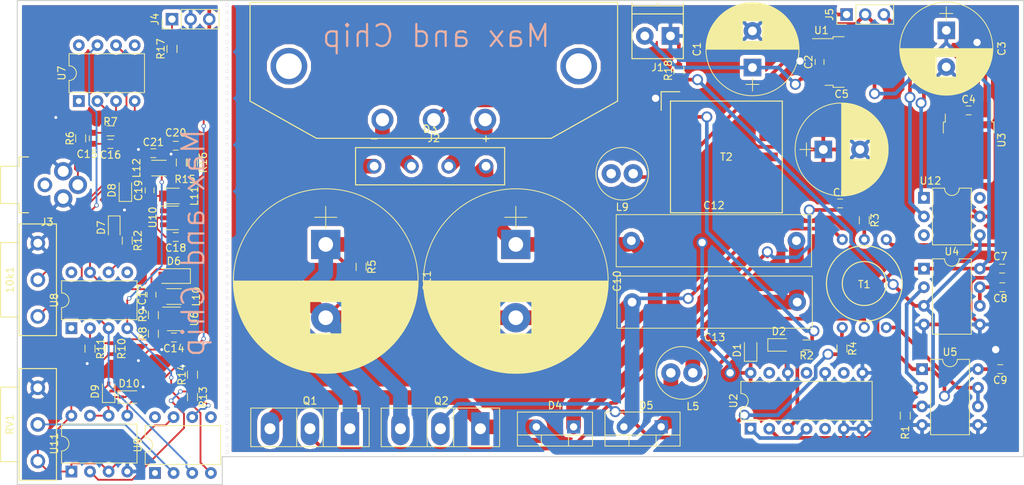
<source format=kicad_pcb>
(kicad_pcb (version 4) (host pcbnew 4.0.7)
  (layers (0 F.Cu signal) (31 B.Cu signal) (34 B.Paste user) (35 F.Paste user) (36 B.SilkS user) (37 F.SilkS user) (38 B.Mask user) (39 F.Mask user) (44 Edge.Cuts user))
  (net 0 "")
  (net 1 "Net-(10k1-Pad2)")
  (net 2 "Net-(10k1-Pad3)")
  (net 3 GNDA)
  (net 4 "Net-(C1-Pad1)")
  (net 5 GND)
  (net 6 +12V)
  (net 7 +5V)
  (net 8 "Net-(C8-Pad2)")
  (net 9 "Net-(C8-Pad1)")
  (net 10 "Net-(C10-Pad1)")
  (net 11 "Net-(C10-Pad2)")
  (net 12 "Net-(C12-Pad2)")
  (net 13 "Net-(C15-Pad1)")
  (net 14 "Net-(C16-Pad1)")
  (net 15 +15V)
  (net 16 "Net-(C19-Pad2)")
  (net 17 "Net-(C19-Pad1)")
  (net 18 -15V)
  (net 19 "Net-(C20-Pad1)")
  (net 20 "Net-(D1-Pad2)")
  (net 21 "Net-(D3-Pad2)")
  (net 22 "Net-(D3-Pad4)")
  (net 23 "Net-(D4-Pad2)")
  (net 24 "Net-(D6-Pad2)")
  (net 25 "Net-(D7-Pad2)")
  (net 26 "Net-(D10-Pad1)")
  (net 27 "Net-(D9-Pad2)")
  (net 28 "Net-(J3-Pad1)")
  (net 29 /Toroid)
  (net 30 "Net-(Q1-Pad2)")
  (net 31 "Net-(Q2-Pad2)")
  (net 32 /INT)
  (net 33 "Net-(R8-Pad2)")
  (net 34 "Net-(R10-Pad2)")
  (net 35 "Net-(R12-Pad2)")
  (net 36 "Net-(R13-Pad1)")
  (net 37 "Net-(R13-Pad2)")
  (net 38 "Net-(RV1-Pad2)")
  (net 39 "Net-(U2-Pad1)")
  (net 40 "Net-(U2-Pad2)")
  (net 41 "Net-(U2-Pad9)")
  (net 42 "Net-(U2-Pad11)")
  (net 43 "Net-(U2-Pad5)")
  (net 44 "Net-(U2-Pad13)")
  (net 45 "Net-(U7-Pad1)")
  (net 46 "Net-(U7-Pad5)")
  (net 47 "Net-(U7-Pad8)")
  (net 48 "Net-(U8-Pad1)")
  (net 49 "Net-(U8-Pad5)")
  (net 50 "Net-(U8-Pad8)")
  (net 51 "Net-(U9-Pad1)")
  (net 52 "Net-(U9-Pad5)")
  (net 53 "Net-(U9-Pad8)")
  (net 54 "Net-(L9-Pad1)")
  (net 55 "Net-(R2-Pad1)")
  (net 56 "Net-(R3-Pad2)")
  (net 57 "Net-(R4-Pad1)")
  (net 58 "Net-(T1-Pad2)")
  (net 59 "Net-(J4-Pad1)")
  (net 60 "Net-(J5-Pad3)")
  (module Custom:MouseBite (layer F.Cu) (at 109.22 127.675)
    (fp_text reference REF** hide)
    (fp_text value MouseBite)
    (pad ~ thru_hole circle (at 0 0) (size 0.4 0.4) (drill 0.4) (layers *.Cu *.Mask))
  )
  (module Custom:MouseBite (layer F.Cu) (at 109.22 126.675)
    (fp_text reference REF** hide)
    (fp_text value MouseBite)
    (pad ~ thru_hole circle (at 0 0) (size 0.4 0.4) (drill 0.4) (layers *.Cu *.Mask))
  )
  (module Custom:MouseBite (layer F.Cu) (at 109.22 125.675)
    (fp_text reference REF** hide)
    (fp_text value MouseBite)
    (pad ~ thru_hole circle (at 0 0) (size 0.4 0.4) (drill 0.4) (layers *.Cu *.Mask))
  )
  (module Custom:MouseBite (layer F.Cu) (at 109.22 124.675)
    (fp_text reference REF** hide)
    (fp_text value MouseBite)
    (pad ~ thru_hole circle (at 0 0) (size 0.4 0.4) (drill 0.4) (layers *.Cu *.Mask))
  )
  (module Custom:MouseBite (layer F.Cu) (at 109.22 123.675)
    (fp_text reference REF** hide)
    (fp_text value MouseBite)
    (pad ~ thru_hole circle (at 0 0) (size 0.4 0.4) (drill 0.4) (layers *.Cu *.Mask))
  )
  (module Custom:MouseBite (layer F.Cu) (at 109.22 122.675)
    (fp_text reference REF** hide)
    (fp_text value MouseBite)
    (pad ~ thru_hole circle (at 0 0) (size 0.4 0.4) (drill 0.4) (layers *.Cu *.Mask))
  )
  (module Custom:MouseBite (layer F.Cu) (at 109.22 121.675)
    (fp_text reference REF** hide)
    (fp_text value MouseBite)
    (pad ~ thru_hole circle (at 0 0) (size 0.4 0.4) (drill 0.4) (layers *.Cu *.Mask))
  )
  (module Custom:MouseBite (layer F.Cu) (at 109.22 120.675)
    (fp_text reference REF** hide)
    (fp_text value MouseBite)
    (pad ~ thru_hole circle (at 0 0) (size 0.4 0.4) (drill 0.4) (layers *.Cu *.Mask))
  )
  (module Custom:MouseBite (layer F.Cu) (at 109.22 119.675)
    (fp_text reference REF** hide)
    (fp_text value MouseBite)
    (pad ~ thru_hole circle (at 0 0) (size 0.4 0.4) (drill 0.4) (layers *.Cu *.Mask))
  )
  (module Custom:MouseBite (layer F.Cu) (at 109.22 118.675)
    (fp_text reference REF** hide)
    (fp_text value MouseBite)
    (pad ~ thru_hole circle (at 0 0) (size 0.4 0.4) (drill 0.4) (layers *.Cu *.Mask))
  )
  (module Custom:MouseBite (layer F.Cu) (at 109.22 117.675)
    (fp_text reference REF** hide)
    (fp_text value MouseBite)
    (pad ~ thru_hole circle (at 0 0) (size 0.4 0.4) (drill 0.4) (layers *.Cu *.Mask))
  )
  (module Custom:MouseBite (layer F.Cu) (at 109.22 116.675)
    (fp_text reference REF** hide)
    (fp_text value MouseBite)
    (pad ~ thru_hole circle (at 0 0) (size 0.4 0.4) (drill 0.4) (layers *.Cu *.Mask))
  )
  (module Custom:MouseBite (layer F.Cu) (at 109.22 115.675)
    (fp_text reference REF** hide)
    (fp_text value MouseBite)
    (pad ~ thru_hole circle (at 0 0) (size 0.4 0.4) (drill 0.4) (layers *.Cu *.Mask))
  )
  (module Custom:MouseBite (layer F.Cu) (at 109.22 114.675)
    (fp_text reference REF** hide)
    (fp_text value MouseBite)
    (pad ~ thru_hole circle (at 0 0) (size 0.4 0.4) (drill 0.4) (layers *.Cu *.Mask))
  )
  (module Custom:MouseBite (layer F.Cu) (at 109.22 113.675)
    (fp_text reference REF** hide)
    (fp_text value MouseBite)
    (pad ~ thru_hole circle (at 0 0) (size 0.4 0.4) (drill 0.4) (layers *.Cu *.Mask))
  )
  (module Custom:MouseBite (layer F.Cu) (at 109.22 112.675)
    (fp_text reference REF** hide)
    (fp_text value MouseBite)
    (pad ~ thru_hole circle (at 0 0) (size 0.4 0.4) (drill 0.4) (layers *.Cu *.Mask))
  )
  (module Custom:MouseBite (layer F.Cu) (at 109.22 111.675)
    (fp_text reference REF** hide)
    (fp_text value MouseBite)
    (pad ~ thru_hole circle (at 0 0) (size 0.4 0.4) (drill 0.4) (layers *.Cu *.Mask))
  )
  (module Custom:MouseBite (layer F.Cu) (at 109.22 110.675)
    (fp_text reference REF** hide)
    (fp_text value MouseBite)
    (pad ~ thru_hole circle (at 0 0) (size 0.4 0.4) (drill 0.4) (layers *.Cu *.Mask))
  )
  (module Custom:MouseBite (layer F.Cu) (at 109.22 109.675)
    (fp_text reference REF** hide)
    (fp_text value MouseBite)
    (pad ~ thru_hole circle (at 0 0) (size 0.4 0.4) (drill 0.4) (layers *.Cu *.Mask))
  )
  (module Custom:MouseBite (layer F.Cu) (at 109.22 108.675)
    (fp_text reference REF** hide)
    (fp_text value MouseBite)
    (pad ~ thru_hole circle (at 0 0) (size 0.4 0.4) (drill 0.4) (layers *.Cu *.Mask))
  )
  (module Custom:MouseBite (layer F.Cu) (at 109.22 107.675)
    (fp_text reference REF** hide)
    (fp_text value MouseBite)
    (pad ~ thru_hole circle (at 0 0) (size 0.4 0.4) (drill 0.4) (layers *.Cu *.Mask))
  )
  (module Custom:MouseBite (layer F.Cu) (at 109.22 106.675)
    (fp_text reference REF** hide)
    (fp_text value MouseBite)
    (pad ~ thru_hole circle (at 0 0) (size 0.4 0.4) (drill 0.4) (layers *.Cu *.Mask))
  )
  (module Custom:MouseBite (layer F.Cu) (at 109.22 105.675)
    (fp_text reference REF** hide)
    (fp_text value MouseBite)
    (pad ~ thru_hole circle (at 0 0) (size 0.4 0.4) (drill 0.4) (layers *.Cu *.Mask))
  )
  (module Custom:MouseBite (layer F.Cu) (at 109.22 104.675)
    (fp_text reference REF** hide)
    (fp_text value MouseBite)
    (pad ~ thru_hole circle (at 0 0) (size 0.4 0.4) (drill 0.4) (layers *.Cu *.Mask))
  )
  (module Custom:MouseBite (layer F.Cu) (at 109.22 103.675)
    (fp_text reference REF** hide)
    (fp_text value MouseBite)
    (pad ~ thru_hole circle (at 0 0) (size 0.4 0.4) (drill 0.4) (layers *.Cu *.Mask))
  )
  (module Custom:MouseBite (layer F.Cu) (at 109.22 102.675)
    (fp_text reference REF** hide)
    (fp_text value MouseBite)
    (pad ~ thru_hole circle (at 0 0) (size 0.4 0.4) (drill 0.4) (layers *.Cu *.Mask))
  )
  (module Custom:MouseBite (layer F.Cu) (at 109.22 101.675)
    (fp_text reference REF** hide)
    (fp_text value MouseBite)
    (pad ~ thru_hole circle (at 0 0) (size 0.4 0.4) (drill 0.4) (layers *.Cu *.Mask))
  )
  (module Custom:MouseBite (layer F.Cu) (at 109.22 100.675)
    (fp_text reference REF** hide)
    (fp_text value MouseBite)
    (pad ~ thru_hole circle (at 0 0) (size 0.4 0.4) (drill 0.4) (layers *.Cu *.Mask))
  )
  (module Custom:MouseBite (layer F.Cu) (at 109.22 99.675)
    (fp_text reference REF** hide)
    (fp_text value MouseBite)
    (pad ~ thru_hole circle (at 0 0) (size 0.4 0.4) (drill 0.4) (layers *.Cu *.Mask))
  )
  (module Custom:MouseBite (layer F.Cu) (at 109.22 98.675)
    (fp_text reference REF** hide)
    (fp_text value MouseBite)
    (pad ~ thru_hole circle (at 0 0) (size 0.4 0.4) (drill 0.4) (layers *.Cu *.Mask))
  )
  (module Custom:MouseBite (layer F.Cu) (at 109.22 97.675)
    (fp_text reference REF** hide)
    (fp_text value MouseBite)
    (pad ~ thru_hole circle (at 0 0) (size 0.4 0.4) (drill 0.4) (layers *.Cu *.Mask))
  )
  (module Custom:MouseBite (layer F.Cu) (at 109.22 96.675)
    (fp_text reference REF** hide)
    (fp_text value MouseBite)
    (pad ~ thru_hole circle (at 0 0) (size 0.4 0.4) (drill 0.4) (layers *.Cu *.Mask))
  )
  (module Custom:MouseBite (layer F.Cu) (at 109.22 95.675)
    (fp_text reference REF** hide)
    (fp_text value MouseBite)
    (pad ~ thru_hole circle (at 0 0) (size 0.4 0.4) (drill 0.4) (layers *.Cu *.Mask))
  )
  (module Custom:MouseBite (layer F.Cu) (at 109.22 94.675)
    (fp_text reference REF** hide)
    (fp_text value MouseBite)
    (pad ~ thru_hole circle (at 0 0) (size 0.4 0.4) (drill 0.4) (layers *.Cu *.Mask))
  )
  (module Custom:MouseBite (layer F.Cu) (at 109.22 93.675)
    (fp_text reference REF** hide)
    (fp_text value MouseBite)
    (pad ~ thru_hole circle (at 0 0) (size 0.4 0.4) (drill 0.4) (layers *.Cu *.Mask))
  )
  (module Custom:MouseBite (layer F.Cu) (at 109.22 92.675)
    (fp_text reference REF** hide)
    (fp_text value MouseBite)
    (pad ~ thru_hole circle (at 0 0) (size 0.4 0.4) (drill 0.4) (layers *.Cu *.Mask))
  )
  (module Custom:MouseBite (layer F.Cu) (at 109.22 91.675)
    (fp_text reference REF** hide)
    (fp_text value MouseBite)
    (pad ~ thru_hole circle (at 0 0) (size 0.4 0.4) (drill 0.4) (layers *.Cu *.Mask))
  )
  (module Custom:MouseBite (layer F.Cu) (at 109.22 90.675)
    (fp_text reference REF** hide)
    (fp_text value MouseBite)
    (pad ~ thru_hole circle (at 0 0) (size 0.4 0.4) (drill 0.4) (layers *.Cu *.Mask))
  )
  (module Custom:MouseBite (layer F.Cu) (at 109.22 89.675)
    (fp_text reference REF** hide)
    (fp_text value MouseBite)
    (pad ~ thru_hole circle (at 0 0) (size 0.4 0.4) (drill 0.4) (layers *.Cu *.Mask))
  )
  (module Custom:MouseBite (layer F.Cu) (at 109.22 88.675)
    (fp_text reference REF** hide)
    (fp_text value MouseBite)
    (pad ~ thru_hole circle (at 0 0) (size 0.4 0.4) (drill 0.4) (layers *.Cu *.Mask))
  )
  (module Custom:MouseBite (layer F.Cu) (at 109.22 87.675)
    (fp_text reference REF** hide)
    (fp_text value MouseBite)
    (pad ~ thru_hole circle (at 0 0) (size 0.4 0.4) (drill 0.4) (layers *.Cu *.Mask))
  )
  (module Custom:MouseBite (layer F.Cu) (at 109.22 86.675)
    (fp_text reference REF** hide)
    (fp_text value MouseBite)
    (pad ~ thru_hole circle (at 0 0) (size 0.4 0.4) (drill 0.4) (layers *.Cu *.Mask))
  )
  (module Custom:MouseBite (layer F.Cu) (at 109.22 85.675)
    (fp_text reference REF** hide)
    (fp_text value MouseBite)
    (pad ~ thru_hole circle (at 0 0) (size 0.4 0.4) (drill 0.4) (layers *.Cu *.Mask))
  )
  (module Custom:MouseBite (layer F.Cu) (at 109.22 84.675)
    (fp_text reference REF** hide)
    (fp_text value MouseBite)
    (pad ~ thru_hole circle (at 0 0) (size 0.4 0.4) (drill 0.4) (layers *.Cu *.Mask))
  )
  (module Custom:MouseBite (layer F.Cu) (at 109.22 83.675)
    (fp_text reference REF** hide)
    (fp_text value MouseBite)
    (pad ~ thru_hole circle (at 0 0) (size 0.4 0.4) (drill 0.4) (layers *.Cu *.Mask))
  )
  (module Custom:MouseBite (layer F.Cu) (at 109.22 82.675)
    (fp_text reference REF** hide)
    (fp_text value MouseBite)
    (pad ~ thru_hole circle (at 0 0) (size 0.4 0.4) (drill 0.4) (layers *.Cu *.Mask))
  )
  (module Custom:MouseBite (layer F.Cu) (at 109.22 81.675)
    (fp_text reference REF** hide)
    (fp_text value MouseBite)
    (pad ~ thru_hole circle (at 0 0) (size 0.4 0.4) (drill 0.4) (layers *.Cu *.Mask))
  )
  (module Custom:MouseBite (layer F.Cu) (at 109.22 80.675)
    (fp_text reference REF** hide)
    (fp_text value MouseBite)
    (pad ~ thru_hole circle (at 0 0) (size 0.4 0.4) (drill 0.4) (layers *.Cu *.Mask))
  )
  (module Custom:MouseBite (layer F.Cu) (at 109.22 79.675)
    (fp_text reference REF** hide)
    (fp_text value MouseBite)
    (pad ~ thru_hole circle (at 0 0) (size 0.4 0.4) (drill 0.4) (layers *.Cu *.Mask))
  )
  (module Custom:MouseBite (layer F.Cu) (at 109.22 78.675)
    (fp_text reference REF** hide)
    (fp_text value MouseBite)
    (pad ~ thru_hole circle (at 0 0) (size 0.4 0.4) (drill 0.4) (layers *.Cu *.Mask))
  )
  (module Custom:MouseBite (layer F.Cu) (at 109.22 77.675)
    (fp_text reference REF** hide)
    (fp_text value MouseBite)
    (pad ~ thru_hole circle (at 0 0) (size 0.4 0.4) (drill 0.4) (layers *.Cu *.Mask))
  )
  (module Custom:MouseBite (layer F.Cu) (at 109.22 76.675)
    (fp_text reference REF** hide)
    (fp_text value MouseBite)
    (pad ~ thru_hole circle (at 0 0) (size 0.4 0.4) (drill 0.4) (layers *.Cu *.Mask))
  )
  (module Custom:MouseBite (layer F.Cu) (at 109.22 75.675)
    (fp_text reference REF** hide)
    (fp_text value MouseBite)
    (pad ~ thru_hole circle (at 0 0) (size 0.4 0.4) (drill 0.4) (layers *.Cu *.Mask))
  )
  (module Custom:MouseBite (layer F.Cu) (at 109.22 74.675)
    (fp_text reference REF** hide)
    (fp_text value MouseBite)
    (pad ~ thru_hole circle (at 0 0) (size 0.4 0.4) (drill 0.4) (layers *.Cu *.Mask))
  )
  (module Custom:MouseBite (layer F.Cu) (at 109.22 73.675)
    (fp_text reference REF** hide)
    (fp_text value MouseBite)
    (pad ~ thru_hole circle (at 0 0) (size 0.4 0.4) (drill 0.4) (layers *.Cu *.Mask))
  )
  (module Custom:MouseBite (layer F.Cu) (at 109.22 72.675)
    (fp_text reference REF** hide)
    (fp_text value MouseBite)
    (pad ~ thru_hole circle (at 0 0) (size 0.4 0.4) (drill 0.4) (layers *.Cu *.Mask))
  )
  (module Custom:MouseBite (layer F.Cu) (at 109.22 71.675)
    (fp_text reference REF** hide)
    (fp_text value MouseBite)
    (pad ~ thru_hole circle (at 0 0) (size 0.4 0.4) (drill 0.4) (layers *.Cu *.Mask))
  )
  (module Custom:MouseBite (layer F.Cu) (at 109.22 70.675)
    (fp_text reference REF** hide)
    (fp_text value MouseBite)
    (pad ~ thru_hole circle (at 0 0) (size 0.4 0.4) (drill 0.4) (layers *.Cu *.Mask))
  )
  (module Custom:MouseBite (layer F.Cu) (at 109.22 69.675)
    (fp_text reference REF** hide)
    (fp_text value MouseBite)
    (pad ~ thru_hole circle (at 0 0) (size 0.4 0.4) (drill 0.4) (layers *.Cu *.Mask))
  )
  (module Custom:MouseBite (layer F.Cu) (at 109.22 68.675)
    (fp_text reference REF** hide)
    (fp_text value MouseBite)
    (pad ~ thru_hole circle (at 0 0) (size 0.4 0.4) (drill 0.4) (layers *.Cu *.Mask))
  )
  (module Custom:MouseBite (layer F.Cu) (at 109.22 67.675)
    (fp_text reference REF** hide)
    (fp_text value MouseBite)
    (pad ~ thru_hole circle (at 0 0) (size 0.4 0.4) (drill 0.4) (layers *.Cu *.Mask))
  )
  (module Resistors_SMD:R_0603 (layer F.Cu) (at 193.04 113.526 270)
    (fp_text reference R4 (at 0 -1.45 270) (layer F.SilkS))
    (fp_text value 5)
    (pad 1 smd rect (at -0.75 0 270) (size 0.5 0.9) (layers F.Cu F.Paste F.Mask) (net 57 "Net-(R4-Pad1)"))
    (pad 2 smd rect (at 0.75 0 270) (size 0.5 0.9) (layers F.Cu F.Paste F.Mask) (net 31 "Net-(Q2-Pad2)"))
  )
  (module Custom:PDB181-K220K-103B (layer F.Cu) (at 83.439 104.14 270)
    (fp_text reference 10k1 (at 0 3.81 270) (layer F.SilkS))
    (fp_text value POT)
    (pad 2 thru_hole circle (at 0 0 270) (size 2 2) (drill 1.2) (layers *.Cu *.Mask) (net 1 "Net-(10k1-Pad2)"))
    (pad 3 thru_hole circle (at 5 0 270) (size 2 2) (drill 1.25) (layers *.Cu *.Mask) (net 2 "Net-(10k1-Pad3)"))
    (pad 1 thru_hole circle (at -5 0 270) (size 2 2) (drill 1.2) (layers *.Cu *.Mask) (net 3 GNDA))
  )
  (module Capacitors_THT:CP_Radial_D12.5mm_P5.00mm (layer F.Cu) (at 180.848 75.184 90)
    (fp_text reference C1 (at 2.5 -7.56 90) (layer F.SilkS))
    (fp_text value 100uF)
    (pad 1 thru_hole rect (at 0 0 90) (size 2.4 2.4) (drill 1.2) (layers *.Cu *.Mask) (net 4 "Net-(C1-Pad1)"))
    (pad 2 thru_hole circle (at 5 0 90) (size 2.4 2.4) (drill 1.2) (layers *.Cu *.Mask) (net 5 GND))
  )
  (module Capacitors_SMD:C_0603 (layer F.Cu) (at 189.992 74.422 90)
    (fp_text reference C2 (at 0 -1.5 90) (layer F.SilkS))
    (fp_text value .1uF)
    (pad 2 smd rect (at 0.75 0 90) (size 0.8 0.75) (layers F.Cu F.Paste F.Mask) (net 5 GND))
    (pad 1 smd rect (at -0.75 0 90) (size 0.8 0.75) (layers F.Cu F.Paste F.Mask) (net 4 "Net-(C1-Pad1)"))
  )
  (module Capacitors_THT:CP_Radial_D12.5mm_P5.00mm (layer F.Cu) (at 207.264 70.104 270)
    (fp_text reference C3 (at 2.5 -7.56 270) (layer F.SilkS))
    (fp_text value 100uF)
    (pad 1 thru_hole rect (at 0 0 270) (size 2.4 2.4) (drill 1.2) (layers *.Cu *.Mask) (net 6 +12V))
    (pad 2 thru_hole circle (at 5 0 270) (size 2.4 2.4) (drill 1.2) (layers *.Cu *.Mask) (net 5 GND))
  )
  (module Capacitors_SMD:C_0603 (layer F.Cu) (at 210.312 81.026)
    (fp_text reference C4 (at 0 -1.5) (layer F.SilkS))
    (fp_text value .1uF)
    (pad 2 smd rect (at 0.75 0) (size 0.8 0.75) (layers F.Cu F.Paste F.Mask) (net 5 GND))
    (pad 1 smd rect (at -0.75 0) (size 0.8 0.75) (layers F.Cu F.Paste F.Mask) (net 6 +12V))
  )
  (module Capacitors_THT:CP_Radial_D12.5mm_P5.00mm (layer F.Cu) (at 190.5 86.36)
    (fp_text reference C5 (at 2.5 -7.56) (layer F.SilkS))
    (fp_text value 100uF)
    (pad 1 thru_hole rect (at 0 0) (size 2.4 2.4) (drill 1.2) (layers *.Cu *.Mask) (net 7 +5V))
    (pad 2 thru_hole circle (at 5 0) (size 2.4 2.4) (drill 1.2) (layers *.Cu *.Mask) (net 5 GND))
  )
  (module Capacitors_SMD:C_0603 (layer F.Cu) (at 192.786 93.726)
    (fp_text reference C6 (at 0 -1.5) (layer F.SilkS))
    (fp_text value .1uF)
    (pad 2 smd rect (at 0.75 0) (size 0.8 0.75) (layers F.Cu F.Paste F.Mask) (net 5 GND))
    (pad 1 smd rect (at -0.75 0) (size 0.8 0.75) (layers F.Cu F.Paste F.Mask) (net 7 +5V))
  )
  (module Capacitors_SMD:C_0603 (layer F.Cu) (at 214.872 102.616 180)
    (fp_text reference C7 (at 0.242 1.651 180) (layer F.SilkS))
    (fp_text value 1uF)
    (pad 2 smd rect (at 0.75 0 180) (size 0.8 0.75) (layers F.Cu F.Paste F.Mask) (net 6 +12V))
    (pad 1 smd rect (at -0.75 0 180) (size 0.8 0.75) (layers F.Cu F.Paste F.Mask) (net 5 GND))
  )
  (module Capacitors_SMD:C_0603 (layer F.Cu) (at 214.896 105.156 180)
    (fp_text reference C8 (at 0.266 -1.524 180) (layer F.SilkS))
    (fp_text value 1uF)
    (pad 2 smd rect (at 0.75 0 180) (size 0.8 0.75) (layers F.Cu F.Paste F.Mask) (net 8 "Net-(C8-Pad2)"))
    (pad 1 smd rect (at -0.75 0 180) (size 0.8 0.75) (layers F.Cu F.Paste F.Mask) (net 9 "Net-(C8-Pad1)"))
  )
  (module Capacitors_SMD:C_0603 (layer F.Cu) (at 214.618 116.332 180)
    (fp_text reference C9 (at 0 -1.5 180) (layer F.SilkS))
    (fp_text value 1uF)
    (pad 2 smd rect (at 0.75 0 180) (size 0.8 0.75) (layers F.Cu F.Paste F.Mask) (net 6 +12V))
    (pad 1 smd rect (at -0.75 0 180) (size 0.8 0.75) (layers F.Cu F.Paste F.Mask) (net 5 GND))
  )
  (module Capacitors_SMD:C_0603 (layer F.Cu) (at 101.981 112.014 180)
    (fp_text reference C14 (at 0 -1.5 180) (layer F.SilkS))
    (fp_text value 1uF)
    (pad 2 smd rect (at 0.75 0 180) (size 0.8 0.75) (layers F.Cu F.Paste F.Mask) (net 3 GNDA))
    (pad 1 smd rect (at -0.75 0 180) (size 0.8 0.75) (layers F.Cu F.Paste F.Mask) (net 7 +5V))
  )
  (module Capacitors_SMD:C_0603 (layer F.Cu) (at 91.059 84.836 90)
    (fp_text reference C15 (at -2.159 -0.889 180) (layer F.SilkS))
    (fp_text value 1.6nF)
    (pad 2 smd rect (at 0.75 0 90) (size 0.8 0.75) (layers F.Cu F.Paste F.Mask) (net 3 GNDA))
    (pad 1 smd rect (at -0.75 0 90) (size 0.8 0.75) (layers F.Cu F.Paste F.Mask) (net 13 "Net-(C15-Pad1)"))
  )
  (module Capacitors_SMD:C_0603 (layer F.Cu) (at 93.345 85.598 180)
    (fp_text reference C16 (at 0 -1.5 180) (layer F.SilkS))
    (fp_text value 470nF)
    (pad 2 smd rect (at 0.75 0 180) (size 0.8 0.75) (layers F.Cu F.Paste F.Mask) (net 13 "Net-(C15-Pad1)"))
    (pad 1 smd rect (at -0.75 0 180) (size 0.8 0.75) (layers F.Cu F.Paste F.Mask) (net 14 "Net-(C16-Pad1)"))
  )
  (module Capacitors_SMD:C_0603 (layer F.Cu) (at 98.933 106.172 270)
    (fp_text reference C17 (at 0 1.27 270) (layer F.SilkS))
    (fp_text value 1uF)
    (pad 2 smd rect (at 0.75 0 270) (size 0.8 0.75) (layers F.Cu F.Paste F.Mask) (net 3 GNDA))
    (pad 1 smd rect (at -0.75 0 270) (size 0.8 0.75) (layers F.Cu F.Paste F.Mask) (net 15 +15V))
  )
  (module Capacitors_SMD:C_0603 (layer F.Cu) (at 102.235 98.298 180)
    (fp_text reference C18 (at 0 -1.5 180) (layer F.SilkS))
    (fp_text value 22uF)
    (pad 2 smd rect (at 0.75 0 180) (size 0.8 0.75) (layers F.Cu F.Paste F.Mask) (net 3 GNDA))
    (pad 1 smd rect (at -0.75 0 180) (size 0.8 0.75) (layers F.Cu F.Paste F.Mask) (net 7 +5V))
  )
  (module Capacitors_SMD:C_0603 (layer F.Cu) (at 98.679 91.948 270)
    (fp_text reference C19 (at 0 1.524 270) (layer F.SilkS))
    (fp_text value 1uF)
    (pad 2 smd rect (at 0.75 0 270) (size 0.8 0.75) (layers F.Cu F.Paste F.Mask) (net 16 "Net-(C19-Pad2)"))
    (pad 1 smd rect (at -0.75 0 270) (size 0.8 0.75) (layers F.Cu F.Paste F.Mask) (net 17 "Net-(C19-Pad1)"))
  )
  (module Capacitors_SMD:C_0603 (layer F.Cu) (at 102.235 85.852 180)
    (fp_text reference C20 (at 0 1.778 180) (layer F.SilkS))
    (fp_text value 33pF)
    (pad 2 smd rect (at 0.75 0 180) (size 0.8 0.75) (layers F.Cu F.Paste F.Mask) (net 18 -15V))
    (pad 1 smd rect (at -0.75 0 180) (size 0.8 0.75) (layers F.Cu F.Paste F.Mask) (net 19 "Net-(C20-Pad1)"))
  )
  (module Capacitors_SMD:C_0603 (layer F.Cu) (at 99.187 86.868)
    (fp_text reference C21 (at 0 -1.5) (layer F.SilkS))
    (fp_text value 22uF)
    (pad 2 smd rect (at 0.75 0) (size 0.8 0.75) (layers F.Cu F.Paste F.Mask) (net 18 -15V))
    (pad 1 smd rect (at -0.75 0) (size 0.8 0.75) (layers F.Cu F.Paste F.Mask) (net 3 GNDA))
  )
  (module Diodes_SMD:D_SOD-323 (layer F.Cu) (at 180.594 113.758 90)
    (fp_text reference D1 (at 0 -1.85 90) (layer F.SilkS))
    (fp_text value 1N4148)
    (pad 1 smd rect (at -1.05 0 90) (size 0.6 0.45) (layers F.Cu F.Paste F.Mask) (net 7 +5V))
    (pad 2 smd rect (at 1.05 0 90) (size 0.6 0.45) (layers F.Cu F.Paste F.Mask) (net 20 "Net-(D1-Pad2)"))
  )
  (module Diodes_SMD:D_SOD-323 (layer F.Cu) (at 184.438 113.03)
    (fp_text reference D2 (at 0 -1.85) (layer F.SilkS))
    (fp_text value 1N4148)
    (pad 1 smd rect (at -1.05 0) (size 0.6 0.45) (layers F.Cu F.Paste F.Mask) (net 20 "Net-(D1-Pad2)"))
    (pad 2 smd rect (at 1.05 0) (size 0.6 0.45) (layers F.Cu F.Paste F.Mask) (net 5 GND))
  )
  (module Custom:4-SIP-5mmPitch (layer F.Cu) (at 136.906 88.646 180)
    (fp_text reference D3 (at 0 5.08 180) (layer F.SilkS))
    (fp_text value GBU1004-G)
    (fp_text user - (at 7.62 3.81 180) (layer F.SilkS))
    (fp_text user + (at -7.62 3.81 180) (layer F.SilkS))
    (pad 2 thru_hole circle (at -2.54 0 180) (size 2 2) (drill 1.2) (layers *.Cu *.Mask) (net 21 "Net-(D3-Pad2)"))
    (pad 4 thru_hole circle (at 2.54 0 180) (size 2 2) (drill 1.2) (layers *.Cu *.Mask) (net 22 "Net-(D3-Pad4)"))
    (pad 3 thru_hole circle (at 7.62 0 180) (size 2 2) (drill 1.2) (layers *.Cu *.Mask) (net 11 "Net-(C10-Pad2)"))
    (pad 1 thru_hole circle (at -7.62 0 180) (size 2 2) (drill 1.2) (layers *.Cu *.Mask) (net 10 "Net-(C10-Pad1)"))
  )
  (module TO_SOT_Packages_THT:TO-220-2_Vertical (layer F.Cu) (at 156.464 124.206 180)
    (fp_text reference D4 (at 2.54 2.921 180) (layer F.SilkS))
    (fp_text value MUR860)
    (pad 1 thru_hole rect (at 0 0 180) (size 1.8 1.8) (drill 1) (layers *.Cu *.Mask) (net 10 "Net-(C10-Pad1)"))
    (pad 2 thru_hole oval (at 5.08 0 180) (size 1.8 1.8) (drill 1) (layers *.Cu *.Mask) (net 23 "Net-(D4-Pad2)"))
  )
  (module TO_SOT_Packages_THT:TO-220-2_Vertical (layer F.Cu) (at 168.402 124.206 180)
    (fp_text reference D5 (at 2.032 2.921 180) (layer F.SilkS))
    (fp_text value MUR860)
    (pad 1 thru_hole rect (at 0 0 180) (size 1.8 1.8) (drill 1) (layers *.Cu *.Mask) (net 23 "Net-(D4-Pad2)"))
    (pad 2 thru_hole oval (at 5.08 0 180) (size 1.8 1.8) (drill 1) (layers *.Cu *.Mask) (net 11 "Net-(C10-Pad2)"))
  )
  (module Diodes_SMD:D_SOD-123 (layer F.Cu) (at 101.981 103.632 180)
    (fp_text reference D6 (at 0 2.032 180) (layer F.SilkS))
    (fp_text value 1N5819)
    (pad 1 smd rect (at -1.65 0 180) (size 0.9 1.2) (layers F.Cu F.Paste F.Mask) (net 15 +15V))
    (pad 2 smd rect (at 1.65 0 180) (size 0.9 1.2) (layers F.Cu F.Paste F.Mask) (net 24 "Net-(D6-Pad2)"))
  )
  (module Diodes_SMD:D_0805 (layer F.Cu) (at 93.853 97.028 270)
    (fp_text reference D7 (at 0 1.778 270) (layer F.SilkS))
    (fp_text value LED)
    (pad 1 smd rect (at -1.05 0 270) (size 0.8 0.9) (layers F.Cu F.Paste F.Mask) (net 3 GNDA))
    (pad 2 smd rect (at 1.05 0 270) (size 0.8 0.9) (layers F.Cu F.Paste F.Mask) (net 25 "Net-(D7-Pad2)"))
  )
  (module Diodes_SMD:D_SOD-323 (layer F.Cu) (at 95.377 91.948 90)
    (fp_text reference D8 (at 0 -1.85 90) (layer F.SilkS))
    (fp_text value 1N4148)
    (pad 1 smd rect (at -1.05 0 90) (size 0.6 0.45) (layers F.Cu F.Paste F.Mask) (net 3 GNDA))
    (pad 2 smd rect (at 1.05 0 90) (size 0.6 0.45) (layers F.Cu F.Paste F.Mask) (net 17 "Net-(C19-Pad1)"))
  )
  (module Diodes_SMD:D_SOD-323 (layer F.Cu) (at 93.091 119.38 90)
    (fp_text reference D9 (at 0 -1.85 90) (layer F.SilkS))
    (fp_text value 1N4148)
    (pad 1 smd rect (at -1.05 0 90) (size 0.6 0.45) (layers F.Cu F.Paste F.Mask) (net 26 "Net-(D10-Pad1)"))
    (pad 2 smd rect (at 1.05 0 90) (size 0.6 0.45) (layers F.Cu F.Paste F.Mask) (net 27 "Net-(D9-Pad2)"))
  )
  (module Diodes_SMD:D_SOD-323 (layer F.Cu) (at 95.885 120.142)
    (fp_text reference D10 (at 0 -1.85) (layer F.SilkS))
    (fp_text value 1N4148)
    (pad 1 smd rect (at -1.05 0) (size 0.6 0.45) (layers F.Cu F.Paste F.Mask) (net 26 "Net-(D10-Pad1)"))
    (pad 2 smd rect (at 1.05 0) (size 0.6 0.45) (layers F.Cu F.Paste F.Mask) (net 3 GNDA))
  )
  (module TerminalBlocks_Phoenix:TerminalBlock_Phoenix_PT-3.5mm_2pol (layer F.Cu) (at 169.672 70.866 180)
    (fp_text reference J1 (at 1.75 -4.3 180) (layer F.SilkS))
    (fp_text value Screw_Terminal_01x02)
    (pad 2 thru_hole circle (at 3.5 0 180) (size 2.4 2.4) (drill 1.2) (layers *.Cu *.Mask) (net 4 "Net-(C1-Pad1)"))
    (pad 1 thru_hole rect (at 0 0 180) (size 2.4 2.4) (drill 1.2) (layers *.Cu *.Mask) (net 5 GND))
  )
  (module Custom:703W-00 (layer F.Cu) (at 137.414 82.296)
    (fp_text reference J2 (at 0 2.54) (layer F.SilkS))
    (fp_text value 703W-00/52)
    (pad 3 thru_hole circle (at 0 0) (size 3 3) (drill 1.8) (layers *.Cu *.Mask) (net 3 GNDA))
    (pad 2 thru_hole circle (at 7 0) (size 3 3) (drill 1.8) (layers *.Cu *.Mask) (net 21 "Net-(D3-Pad2)"))
    (pad 1 thru_hole circle (at -7 0) (size 3 3) (drill 1.8) (layers *.Cu *.Mask) (net 22 "Net-(D3-Pad4)"))
    (pad ~ thru_hole circle (at 19.75 -7.3) (size 5 5) (drill 3.5) (layers *.Cu *.Mask))
    (pad ~ thru_hole circle (at -19.75 -7.3) (size 5 5) (drill 3.5) (layers *.Cu *.Mask))
  )
  (module Custom:MJ1-2503A (layer F.Cu) (at 80.899 91.186)
    (fp_text reference J3 (at 3.81 5.08) (layer F.SilkS))
    (fp_text value Audio-Jack-2)
    (pad ~ thru_hole circle (at 3.5 0) (size 2 2) (drill 1.2) (layers *.Cu *.Mask))
    (pad 1 thru_hole circle (at 8 0) (size 2.5 2.5) (drill 1.5) (layers *.Cu *.Mask) (net 28 "Net-(J3-Pad1)"))
    (pad 2 thru_hole circle (at 6 -1.85) (size 2.5 2.5) (drill 1.5) (layers *.Cu *.Mask) (net 3 GNDA))
    (pad 2 thru_hole circle (at 6 1.85) (size 2.5 2.5) (drill 1.5) (layers *.Cu *.Mask) (net 3 GNDA))
  )
  (module Inductors_THT:L_Radial_D7.0mm_P3.00mm (layer F.Cu) (at 172.72 116.84 180)
    (fp_text reference L5 (at 0 -4.572 180) (layer F.SilkS))
    (fp_text value L)
    (pad 1 thru_hole circle (at 0 0 180) (size 2.6 2.6) (drill 1.3) (layers *.Cu *.Mask) (net 12 "Net-(C12-Pad2)"))
    (pad 2 thru_hole circle (at 3 0 180) (size 2.6 2.6) (drill 1.3) (layers *.Cu *.Mask) (net 23 "Net-(D4-Pad2)"))
  )
  (module Inductors_THT:L_Radial_D7.0mm_P3.00mm (layer F.Cu) (at 164.592 89.662 180)
    (fp_text reference L9 (at 1.5 -4.56 180) (layer F.SilkS))
    (fp_text value L)
    (pad 1 thru_hole circle (at 0 0 180) (size 2.6 2.6) (drill 1.3) (layers *.Cu *.Mask) (net 54 "Net-(L9-Pad1)"))
    (pad 2 thru_hole circle (at 3 0 180) (size 2.6 2.6) (drill 1.3) (layers *.Cu *.Mask) (net 29 /Toroid))
  )
  (module Custom:L_1008 (layer F.Cu) (at 102.001 106.426)
    (fp_text reference L10 (at 3.028 0 90) (layer F.SilkS))
    (fp_text value 10uH)
    (pad 1 smd rect (at -1.25 0) (size 1 1.5) (layers F.Cu F.Paste F.Mask) (net 24 "Net-(D6-Pad2)"))
    (pad 2 smd rect (at 1.25 0) (size 1 1.5) (layers F.Cu F.Paste F.Mask) (net 7 +5V))
  )
  (module Custom:L_1008 (layer F.Cu) (at 101.727 92.71)
    (fp_text reference L11 (at 3.048 0 90) (layer F.SilkS))
    (fp_text value 15uH)
    (pad 1 smd rect (at -1.25 0) (size 1 1.5) (layers F.Cu F.Paste F.Mask) (net 16 "Net-(C19-Pad2)"))
    (pad 2 smd rect (at 1.25 0) (size 1 1.5) (layers F.Cu F.Paste F.Mask) (net 7 +5V))
  )
  (module Custom:L_1008 (layer F.Cu) (at 99.949 88.9 180)
    (fp_text reference L12 (at 3.048 0 270) (layer F.SilkS))
    (fp_text value 47uH)
    (pad 1 smd rect (at -1.25 0 180) (size 1 1.5) (layers F.Cu F.Paste F.Mask) (net 18 -15V))
    (pad 2 smd rect (at 1.25 0 180) (size 1 1.5) (layers F.Cu F.Paste F.Mask) (net 17 "Net-(C19-Pad1)"))
  )
  (module TO_SOT_Packages_THT:TO-247_TO-3P_Vertical (layer F.Cu) (at 125.984 124.46 180)
    (fp_text reference Q1 (at 5.45 3.81 180) (layer F.SilkS))
    (fp_text value IRFP360LCPBF)
    (pad 1 thru_hole rect (at 0 0 180) (size 2.5 4.5) (drill 1.5) (layers *.Cu *.Mask) (net 10 "Net-(C10-Pad1)"))
    (pad 2 thru_hole oval (at 5.45 0 180) (size 2.5 4.5) (drill 1.5) (layers *.Cu *.Mask) (net 30 "Net-(Q1-Pad2)"))
    (pad 3 thru_hole oval (at 10.9 0 180) (size 2.5 4.5) (drill 1.5) (layers *.Cu *.Mask) (net 23 "Net-(D4-Pad2)"))
  )
  (module TO_SOT_Packages_THT:TO-247_TO-3P_Vertical (layer F.Cu) (at 143.764 124.46 180)
    (fp_text reference Q2 (at 5.334 3.81 180) (layer F.SilkS))
    (fp_text value IRFP360LCPBF)
    (pad 1 thru_hole rect (at 0 0 180) (size 2.5 4.5) (drill 1.5) (layers *.Cu *.Mask) (net 23 "Net-(D4-Pad2)"))
    (pad 2 thru_hole oval (at 5.45 0 180) (size 2.5 4.5) (drill 1.5) (layers *.Cu *.Mask) (net 31 "Net-(Q2-Pad2)"))
    (pad 3 thru_hole oval (at 10.9 0 180) (size 2.5 4.5) (drill 1.5) (layers *.Cu *.Mask) (net 11 "Net-(C10-Pad2)"))
  )
  (module Resistors_SMD:R_0603 (layer F.Cu) (at 201.676 122.67 270)
    (fp_text reference R1 (at 2.298 0 270) (layer F.SilkS))
    (fp_text value 4.7k)
    (pad 1 smd rect (at -0.75 0 270) (size 0.5 0.9) (layers F.Cu F.Paste F.Mask) (net 32 /INT))
    (pad 2 smd rect (at 0.75 0 270) (size 0.5 0.9) (layers F.Cu F.Paste F.Mask) (net 5 GND))
  )
  (module Resistors_SMD:R_0603 (layer F.Cu) (at 188.226 113.03 180)
    (fp_text reference R2 (at 0 -1.45 180) (layer F.SilkS))
    (fp_text value 10K)
    (pad 1 smd rect (at -0.75 0 180) (size 0.5 0.9) (layers F.Cu F.Paste F.Mask) (net 55 "Net-(R2-Pad1)"))
    (pad 2 smd rect (at 0.75 0 180) (size 0.5 0.9) (layers F.Cu F.Paste F.Mask) (net 20 "Net-(D1-Pad2)"))
  )
  (module Resistors_SMD:R_0603 (layer F.Cu) (at 196.088 96.024 270)
    (fp_text reference R3 (at 0 -1.45 270) (layer F.SilkS))
    (fp_text value 5)
    (pad 1 smd rect (at -0.75 0 270) (size 0.5 0.9) (layers F.Cu F.Paste F.Mask) (net 30 "Net-(Q1-Pad2)"))
    (pad 2 smd rect (at 0.75 0 270) (size 0.5 0.9) (layers F.Cu F.Paste F.Mask) (net 56 "Net-(R3-Pad2)"))
  )
  (module Resistors_SMD:R_0603 (layer F.Cu) (at 127.508 102.374 270)
    (fp_text reference R5 (at 0 -1.45 270) (layer F.SilkS))
    (fp_text value 250k)
    (pad 1 smd rect (at -0.75 0 270) (size 0.5 0.9) (layers F.Cu F.Paste F.Mask) (net 10 "Net-(C10-Pad1)"))
    (pad 2 smd rect (at 0.75 0 270) (size 0.5 0.9) (layers F.Cu F.Paste F.Mask) (net 11 "Net-(C10-Pad2)"))
  )
  (module Resistors_SMD:R_0603 (layer F.Cu) (at 89.281 84.836 90)
    (fp_text reference R6 (at 0 -1.45 90) (layer F.SilkS))
    (fp_text value 10k)
    (pad 1 smd rect (at -0.75 0 90) (size 0.5 0.9) (layers F.Cu F.Paste F.Mask) (net 13 "Net-(C15-Pad1)"))
    (pad 2 smd rect (at 0.75 0 90) (size 0.5 0.9) (layers F.Cu F.Paste F.Mask) (net 28 "Net-(J3-Pad1)"))
  )
  (module Resistors_SMD:R_0603 (layer F.Cu) (at 93.345 83.82 180)
    (fp_text reference R7 (at 0 1.27 180) (layer F.SilkS))
    (fp_text value 170k)
    (pad 1 smd rect (at -0.75 0 180) (size 0.5 0.9) (layers F.Cu F.Paste F.Mask) (net 14 "Net-(C16-Pad1)"))
    (pad 2 smd rect (at 0.75 0 180) (size 0.5 0.9) (layers F.Cu F.Paste F.Mask) (net 3 GNDA))
  )
  (module Resistors_SMD:R_0603 (layer F.Cu) (at 99.187 111.506 90)
    (fp_text reference R8 (at 0 -1.45 90) (layer F.SilkS))
    (fp_text value 110k)
    (pad 1 smd rect (at -0.75 0 90) (size 0.5 0.9) (layers F.Cu F.Paste F.Mask) (net 15 +15V))
    (pad 2 smd rect (at 0.75 0 90) (size 0.5 0.9) (layers F.Cu F.Paste F.Mask) (net 33 "Net-(R8-Pad2)"))
  )
  (module Resistors_SMD:R_0603 (layer F.Cu) (at 99.187 108.966 90)
    (fp_text reference R9 (at 0 -1.45 90) (layer F.SilkS))
    (fp_text value 10k)
    (pad 1 smd rect (at -0.75 0 90) (size 0.5 0.9) (layers F.Cu F.Paste F.Mask) (net 33 "Net-(R8-Pad2)"))
    (pad 2 smd rect (at 0.75 0 90) (size 0.5 0.9) (layers F.Cu F.Paste F.Mask) (net 3 GNDA))
  )
  (module Resistors_SMD:R_0603 (layer F.Cu) (at 93.345 113.538 90)
    (fp_text reference R10 (at 0 1.524 90) (layer F.SilkS))
    (fp_text value 2k)
    (pad 1 smd rect (at -0.75 0 90) (size 0.5 0.9) (layers F.Cu F.Paste F.Mask) (net 15 +15V))
    (pad 2 smd rect (at 0.75 0 90) (size 0.5 0.9) (layers F.Cu F.Paste F.Mask) (net 34 "Net-(R10-Pad2)"))
  )
  (module Resistors_SMD:R_0603 (layer F.Cu) (at 90.551 113.538 270)
    (fp_text reference R11 (at 0 -1.45 270) (layer F.SilkS))
    (fp_text value 10k)
    (pad 1 smd rect (at -0.75 0 270) (size 0.5 0.9) (layers F.Cu F.Paste F.Mask) (net 34 "Net-(R10-Pad2)"))
    (pad 2 smd rect (at 0.75 0 270) (size 0.5 0.9) (layers F.Cu F.Paste F.Mask) (net 3 GNDA))
  )
  (module Resistors_SMD:R_0603 (layer F.Cu) (at 95.631 98.794 270)
    (fp_text reference R12 (at 0 -1.45 270) (layer F.SilkS))
    (fp_text value 400)
    (pad 1 smd rect (at -0.75 0 270) (size 0.5 0.9) (layers F.Cu F.Paste F.Mask) (net 25 "Net-(D7-Pad2)"))
    (pad 2 smd rect (at 0.75 0 270) (size 0.5 0.9) (layers F.Cu F.Paste F.Mask) (net 35 "Net-(R12-Pad2)"))
  )
  (module Resistors_SMD:R_0603 (layer F.Cu) (at 104.521 120.142 270)
    (fp_text reference R13 (at 0 -1.45 270) (layer F.SilkS))
    (fp_text value 1k)
    (pad 1 smd rect (at -0.75 0 270) (size 0.5 0.9) (layers F.Cu F.Paste F.Mask) (net 36 "Net-(R13-Pad1)"))
    (pad 2 smd rect (at 0.75 0 270) (size 0.5 0.9) (layers F.Cu F.Paste F.Mask) (net 37 "Net-(R13-Pad2)"))
  )
  (module Resistors_SMD:R_0603 (layer F.Cu) (at 104.521 117.094 90)
    (fp_text reference R14 (at 0 -1.45 90) (layer F.SilkS))
    (fp_text value 10k)
    (pad 1 smd rect (at -0.75 0 90) (size 0.5 0.9) (layers F.Cu F.Paste F.Mask) (net 36 "Net-(R13-Pad1)"))
    (pad 2 smd rect (at 0.75 0 90) (size 0.5 0.9) (layers F.Cu F.Paste F.Mask) (net 3 GNDA))
  )
  (module Resistors_SMD:R_0603 (layer F.Cu) (at 102.997 88.138 90)
    (fp_text reference R15 (at -2.286 0.508 180) (layer F.SilkS))
    (fp_text value 11.1k)
    (pad 1 smd rect (at -0.75 0 90) (size 0.5 0.9) (layers F.Cu F.Paste F.Mask) (net 18 -15V))
    (pad 2 smd rect (at 0.75 0 90) (size 0.5 0.9) (layers F.Cu F.Paste F.Mask) (net 19 "Net-(C20-Pad1)"))
  )
  (module Resistors_SMD:R_0603 (layer F.Cu) (at 104.521 88.138 270)
    (fp_text reference R16 (at 0 -1.45 270) (layer F.SilkS))
    (fp_text value 1k)
    (pad 1 smd rect (at -0.75 0 270) (size 0.5 0.9) (layers F.Cu F.Paste F.Mask) (net 19 "Net-(C20-Pad1)"))
    (pad 2 smd rect (at 0.75 0 270) (size 0.5 0.9) (layers F.Cu F.Paste F.Mask) (net 3 GNDA))
  )
  (module Resistors_SMD:R_0603 (layer F.Cu) (at 101.727 72.644 270)
    (fp_text reference R17 (at 0 1.524 270) (layer F.SilkS))
    (fp_text value 150)
    (pad 1 smd rect (at -0.75 0 270) (size 0.5 0.9) (layers F.Cu F.Paste F.Mask) (net 59 "Net-(J4-Pad1)"))
    (pad 2 smd rect (at 0.75 0 270) (size 0.5 0.9) (layers F.Cu F.Paste F.Mask) (net 26 "Net-(D10-Pad1)"))
  )
  (module Resistors_SMD:R_0603 (layer F.Cu) (at 170.815 75.565 90)
    (fp_text reference R18 (at 0 -1.45 90) (layer F.SilkS))
    (fp_text value 280)
    (pad 1 smd rect (at -0.75 0 90) (size 0.5 0.9) (layers F.Cu F.Paste F.Mask) (net 32 /INT))
    (pad 2 smd rect (at 0.75 0 90) (size 0.5 0.9) (layers F.Cu F.Paste F.Mask) (net 5 GND))
  )
  (module Custom:PDB181-K220K-103B (layer F.Cu) (at 83.439 123.872 270)
    (fp_text reference RV1 (at 0 3.81 270) (layer F.SilkS))
    (fp_text value POT)
    (pad 2 thru_hole circle (at 0 0 270) (size 2 2) (drill 1.2) (layers *.Cu *.Mask) (net 38 "Net-(RV1-Pad2)"))
    (pad 3 thru_hole circle (at 5 0 270) (size 2 2) (drill 1.25) (layers *.Cu *.Mask) (net 15 +15V))
    (pad 1 thru_hole circle (at -5 0 270) (size 2 2) (drill 1.2) (layers *.Cu *.Mask) (net 3 GNDA))
  )
  (module TO_SOT_Packages_SMD:TO-252-2 (layer F.Cu) (at 194.31 74.422)
    (fp_text reference U1 (at -4.064 -4.318) (layer F.SilkS))
    (fp_text value NCP1117-12V)
    (pad 1 smd rect (at -4.2 -2.28) (size 2.2 1.2) (layers F.Cu F.Paste F.Mask) (net 5 GND))
    (pad 3 smd rect (at -4.2 2.28) (size 2.2 1.2) (layers F.Cu F.Paste F.Mask) (net 4 "Net-(C1-Pad1)"))
    (pad 2 smd rect (at 2.1 0) (size 6.4 5.8) (layers F.Cu F.Mask) (net 6 +12V))
    (pad 2 smd rect (at 3.775 1.525) (size 3.05 2.75) (layers F.Cu F.Paste) (net 6 +12V))
    (pad 2 smd rect (at 0.425 -1.525) (size 3.05 2.75) (layers F.Cu F.Paste) (net 6 +12V))
    (pad 2 smd rect (at 3.775 -1.525) (size 3.05 2.75) (layers F.Cu F.Paste) (net 6 +12V))
    (pad 2 smd rect (at 0.425 1.525) (size 3.05 2.75) (layers F.Cu F.Paste) (net 6 +12V))
  )
  (module Housings_DIP:DIP-14_W7.62mm (layer F.Cu) (at 180.594 124.46 90)
    (fp_text reference U2 (at 3.81 -2.33 90) (layer F.SilkS))
    (fp_text value 74HC14)
    (pad 1 thru_hole rect (at 0 0 90) (size 1.6 1.6) (drill 0.8) (layers *.Cu *.Mask) (net 39 "Net-(U2-Pad1)"))
    (pad 8 thru_hole oval (at 7.62 15.24 90) (size 1.6 1.6) (drill 0.8) (layers *.Cu *.Mask) (net 5 GND))
    (pad 2 thru_hole oval (at 0 2.54 90) (size 1.6 1.6) (drill 0.8) (layers *.Cu *.Mask) (net 40 "Net-(U2-Pad2)"))
    (pad 9 thru_hole oval (at 7.62 12.7 90) (size 1.6 1.6) (drill 0.8) (layers *.Cu *.Mask) (net 41 "Net-(U2-Pad9)"))
    (pad 3 thru_hole oval (at 0 5.08 90) (size 1.6 1.6) (drill 0.8) (layers *.Cu *.Mask) (net 20 "Net-(D1-Pad2)"))
    (pad 10 thru_hole oval (at 7.62 10.16 90) (size 1.6 1.6) (drill 0.8) (layers *.Cu *.Mask) (net 5 GND))
    (pad 4 thru_hole oval (at 0 7.62 90) (size 1.6 1.6) (drill 0.8) (layers *.Cu *.Mask) (net 39 "Net-(U2-Pad1)"))
    (pad 11 thru_hole oval (at 7.62 7.62 90) (size 1.6 1.6) (drill 0.8) (layers *.Cu *.Mask) (net 42 "Net-(U2-Pad11)"))
    (pad 5 thru_hole oval (at 0 10.16 90) (size 1.6 1.6) (drill 0.8) (layers *.Cu *.Mask) (net 43 "Net-(U2-Pad5)"))
    (pad 12 thru_hole oval (at 7.62 5.08 90) (size 1.6 1.6) (drill 0.8) (layers *.Cu *.Mask) (net 5 GND))
    (pad 6 thru_hole oval (at 0 12.7 90) (size 1.6 1.6) (drill 0.8) (layers *.Cu *.Mask) (net 5 GND))
    (pad 13 thru_hole oval (at 7.62 2.54 90) (size 1.6 1.6) (drill 0.8) (layers *.Cu *.Mask) (net 44 "Net-(U2-Pad13)"))
    (pad 7 thru_hole oval (at 0 15.24 90) (size 1.6 1.6) (drill 0.8) (layers *.Cu *.Mask) (net 5 GND))
    (pad 14 thru_hole oval (at 7.62 0 90) (size 1.6 1.6) (drill 0.8) (layers *.Cu *.Mask) (net 7 +5V))
  )
  (module TO_SOT_Packages_SMD:TO-252-2 (layer F.Cu) (at 210.312 85.09 270)
    (fp_text reference U3 (at 0 -4.5 270) (layer F.SilkS))
    (fp_text value NCP1117-5V)
    (pad 1 smd rect (at -4.2 -2.28 270) (size 2.2 1.2) (layers F.Cu F.Paste F.Mask) (net 5 GND))
    (pad 3 smd rect (at -4.2 2.28 270) (size 2.2 1.2) (layers F.Cu F.Paste F.Mask) (net 6 +12V))
    (pad 2 smd rect (at 2.1 0 270) (size 6.4 5.8) (layers F.Cu F.Mask) (net 7 +5V))
    (pad 2 smd rect (at 3.775 1.525 270) (size 3.05 2.75) (layers F.Cu F.Paste) (net 7 +5V))
    (pad 2 smd rect (at 0.425 -1.525 270) (size 3.05 2.75) (layers F.Cu F.Paste) (net 7 +5V))
    (pad 2 smd rect (at 3.775 -1.525 270) (size 3.05 2.75) (layers F.Cu F.Paste) (net 7 +5V))
    (pad 2 smd rect (at 0.425 1.525 270) (size 3.05 2.75) (layers F.Cu F.Paste) (net 7 +5V))
  )
  (module Housings_DIP:DIP-8_W7.62mm (layer F.Cu) (at 204.216 102.616)
    (fp_text reference U4 (at 3.81 -2.33) (layer F.SilkS))
    (fp_text value UCC37321P)
    (pad 1 thru_hole rect (at 0 0) (size 1.6 1.6) (drill 0.8) (layers *.Cu *.Mask) (net 6 +12V))
    (pad 5 thru_hole oval (at 7.62 7.62) (size 1.6 1.6) (drill 0.8) (layers *.Cu *.Mask) (net 5 GND))
    (pad 2 thru_hole oval (at 0 2.54) (size 1.6 1.6) (drill 0.8) (layers *.Cu *.Mask) (net 40 "Net-(U2-Pad2)"))
    (pad 6 thru_hole oval (at 7.62 5.08) (size 1.6 1.6) (drill 0.8) (layers *.Cu *.Mask) (net 8 "Net-(C8-Pad2)"))
    (pad 3 thru_hole oval (at 0 5.08) (size 1.6 1.6) (drill 0.8) (layers *.Cu *.Mask) (net 32 /INT))
    (pad 7 thru_hole oval (at 7.62 2.54) (size 1.6 1.6) (drill 0.8) (layers *.Cu *.Mask) (net 8 "Net-(C8-Pad2)"))
    (pad 4 thru_hole oval (at 0 7.62) (size 1.6 1.6) (drill 0.8) (layers *.Cu *.Mask) (net 5 GND))
    (pad 8 thru_hole oval (at 7.62 0) (size 1.6 1.6) (drill 0.8) (layers *.Cu *.Mask) (net 6 +12V))
  )
  (module Housings_DIP:DIP-8_W7.62mm (layer F.Cu) (at 203.962 116.332)
    (fp_text reference U5 (at 3.81 -2.33) (layer F.SilkS))
    (fp_text value UCC37322P)
    (pad 1 thru_hole rect (at 0 0) (size 1.6 1.6) (drill 0.8) (layers *.Cu *.Mask) (net 6 +12V))
    (pad 5 thru_hole oval (at 7.62 7.62) (size 1.6 1.6) (drill 0.8) (layers *.Cu *.Mask) (net 5 GND))
    (pad 2 thru_hole oval (at 0 2.54) (size 1.6 1.6) (drill 0.8) (layers *.Cu *.Mask) (net 40 "Net-(U2-Pad2)"))
    (pad 6 thru_hole oval (at 7.62 5.08) (size 1.6 1.6) (drill 0.8) (layers *.Cu *.Mask) (net 58 "Net-(T1-Pad2)"))
    (pad 3 thru_hole oval (at 0 5.08) (size 1.6 1.6) (drill 0.8) (layers *.Cu *.Mask) (net 32 /INT))
    (pad 7 thru_hole oval (at 7.62 2.54) (size 1.6 1.6) (drill 0.8) (layers *.Cu *.Mask) (net 58 "Net-(T1-Pad2)"))
    (pad 4 thru_hole oval (at 0 7.62) (size 1.6 1.6) (drill 0.8) (layers *.Cu *.Mask) (net 5 GND))
    (pad 8 thru_hole oval (at 7.62 0) (size 1.6 1.6) (drill 0.8) (layers *.Cu *.Mask) (net 6 +12V))
  )
  (module TO_SOT_Packages_SMD:SOT-23-5 (layer F.Cu) (at 101.981 109.474)
    (fp_text reference U6 (at 2.794 0 90) (layer F.SilkS))
    (fp_text value AP3012)
    (pad 1 smd rect (at -1.1 -0.95) (size 1.06 0.65) (layers F.Cu F.Paste F.Mask) (net 24 "Net-(D6-Pad2)"))
    (pad 2 smd rect (at -1.1 0) (size 1.06 0.65) (layers F.Cu F.Paste F.Mask) (net 3 GNDA))
    (pad 3 smd rect (at -1.1 0.95) (size 1.06 0.65) (layers F.Cu F.Paste F.Mask) (net 33 "Net-(R8-Pad2)"))
    (pad 4 smd rect (at 1.1 0.95) (size 1.06 0.65) (layers F.Cu F.Paste F.Mask) (net 7 +5V))
    (pad 5 smd rect (at 1.1 -0.95) (size 1.06 0.65) (layers F.Cu F.Paste F.Mask) (net 7 +5V))
  )
  (module Housings_DIP:DIP-8_W7.62mm (layer F.Cu) (at 89.027 79.756 90)
    (fp_text reference U7 (at 3.81 -2.33 90) (layer F.SilkS))
    (fp_text value LM741)
    (pad 1 thru_hole rect (at 0 0 90) (size 1.6 1.6) (drill 0.8) (layers *.Cu *.Mask) (net 45 "Net-(U7-Pad1)"))
    (pad 5 thru_hole oval (at 7.62 7.62 90) (size 1.6 1.6) (drill 0.8) (layers *.Cu *.Mask) (net 46 "Net-(U7-Pad5)"))
    (pad 2 thru_hole oval (at 0 2.54 90) (size 1.6 1.6) (drill 0.8) (layers *.Cu *.Mask) (net 1 "Net-(10k1-Pad2)"))
    (pad 6 thru_hole oval (at 7.62 5.08 90) (size 1.6 1.6) (drill 0.8) (layers *.Cu *.Mask) (net 2 "Net-(10k1-Pad3)"))
    (pad 3 thru_hole oval (at 0 5.08 90) (size 1.6 1.6) (drill 0.8) (layers *.Cu *.Mask) (net 14 "Net-(C16-Pad1)"))
    (pad 7 thru_hole oval (at 7.62 2.54 90) (size 1.6 1.6) (drill 0.8) (layers *.Cu *.Mask) (net 15 +15V))
    (pad 4 thru_hole oval (at 0 7.62 90) (size 1.6 1.6) (drill 0.8) (layers *.Cu *.Mask) (net 18 -15V))
    (pad 8 thru_hole oval (at 7.62 0 90) (size 1.6 1.6) (drill 0.8) (layers *.Cu *.Mask) (net 47 "Net-(U7-Pad8)"))
  )
  (module Housings_DIP:DIP-8_W7.62mm (layer F.Cu) (at 88.011 110.744 90)
    (fp_text reference U8 (at 3.81 -2.33 90) (layer F.SilkS))
    (fp_text value LM741)
    (pad 1 thru_hole rect (at 0 0 90) (size 1.6 1.6) (drill 0.8) (layers *.Cu *.Mask) (net 48 "Net-(U8-Pad1)"))
    (pad 5 thru_hole oval (at 7.62 7.62 90) (size 1.6 1.6) (drill 0.8) (layers *.Cu *.Mask) (net 49 "Net-(U8-Pad5)"))
    (pad 2 thru_hole oval (at 0 2.54 90) (size 1.6 1.6) (drill 0.8) (layers *.Cu *.Mask) (net 34 "Net-(R10-Pad2)"))
    (pad 6 thru_hole oval (at 7.62 5.08 90) (size 1.6 1.6) (drill 0.8) (layers *.Cu *.Mask) (net 35 "Net-(R12-Pad2)"))
    (pad 3 thru_hole oval (at 0 5.08 90) (size 1.6 1.6) (drill 0.8) (layers *.Cu *.Mask) (net 2 "Net-(10k1-Pad3)"))
    (pad 7 thru_hole oval (at 7.62 2.54 90) (size 1.6 1.6) (drill 0.8) (layers *.Cu *.Mask) (net 15 +15V))
    (pad 4 thru_hole oval (at 0 7.62 90) (size 1.6 1.6) (drill 0.8) (layers *.Cu *.Mask) (net 18 -15V))
    (pad 8 thru_hole oval (at 7.62 0 90) (size 1.6 1.6) (drill 0.8) (layers *.Cu *.Mask) (net 50 "Net-(U8-Pad8)"))
  )
  (module Housings_DIP:DIP-8_W7.62mm (layer F.Cu) (at 99.408 130.500999 90)
    (fp_text reference U9 (at 3.81 -2.33 90) (layer F.SilkS))
    (fp_text value LM741)
    (pad 1 thru_hole rect (at 0 0 90) (size 1.6 1.6) (drill 0.8) (layers *.Cu *.Mask) (net 51 "Net-(U9-Pad1)"))
    (pad 5 thru_hole oval (at 7.62 7.62 90) (size 1.6 1.6) (drill 0.8) (layers *.Cu *.Mask) (net 52 "Net-(U9-Pad5)"))
    (pad 2 thru_hole oval (at 0 2.54 90) (size 1.6 1.6) (drill 0.8) (layers *.Cu *.Mask) (net 38 "Net-(RV1-Pad2)"))
    (pad 6 thru_hole oval (at 7.62 5.08 90) (size 1.6 1.6) (drill 0.8) (layers *.Cu *.Mask) (net 37 "Net-(R13-Pad2)"))
    (pad 3 thru_hole oval (at 0 5.08 90) (size 1.6 1.6) (drill 0.8) (layers *.Cu *.Mask) (net 2 "Net-(10k1-Pad3)"))
    (pad 7 thru_hole oval (at 7.62 2.54 90) (size 1.6 1.6) (drill 0.8) (layers *.Cu *.Mask) (net 15 +15V))
    (pad 4 thru_hole oval (at 0 7.62 90) (size 1.6 1.6) (drill 0.8) (layers *.Cu *.Mask) (net 18 -15V))
    (pad 8 thru_hole oval (at 7.62 0 90) (size 1.6 1.6) (drill 0.8) (layers *.Cu *.Mask) (net 53 "Net-(U9-Pad8)"))
  )
  (module TO_SOT_Packages_SMD:SOT-23-5 (layer F.Cu) (at 101.727 95.692)
    (fp_text reference U10 (at -2.624 -0.066 90) (layer F.SilkS))
    (fp_text value LM2611A)
    (pad 1 smd rect (at -1.1 -0.95) (size 1.06 0.65) (layers F.Cu F.Paste F.Mask) (net 16 "Net-(C19-Pad2)"))
    (pad 2 smd rect (at -1.1 0) (size 1.06 0.65) (layers F.Cu F.Paste F.Mask) (net 3 GNDA))
    (pad 3 smd rect (at -1.1 0.95) (size 1.06 0.65) (layers F.Cu F.Paste F.Mask) (net 19 "Net-(C20-Pad1)"))
    (pad 4 smd rect (at 1.1 0.95) (size 1.06 0.65) (layers F.Cu F.Paste F.Mask) (net 7 +5V))
    (pad 5 smd rect (at 1.1 -0.95) (size 1.06 0.65) (layers F.Cu F.Paste F.Mask) (net 7 +5V))
  )
  (module Housings_DIP:DIP-8_W7.62mm (layer F.Cu) (at 88.011 130.302 90)
    (fp_text reference U11 (at 3.81 -2.33 90) (layer F.SilkS))
    (fp_text value UCC37322P)
    (pad 1 thru_hole rect (at 0 0 90) (size 1.6 1.6) (drill 0.8) (layers *.Cu *.Mask) (net 15 +15V))
    (pad 5 thru_hole oval (at 7.62 7.62 90) (size 1.6 1.6) (drill 0.8) (layers *.Cu *.Mask) (net 3 GNDA))
    (pad 2 thru_hole oval (at 0 2.54 90) (size 1.6 1.6) (drill 0.8) (layers *.Cu *.Mask) (net 36 "Net-(R13-Pad1)"))
    (pad 6 thru_hole oval (at 7.62 5.08 90) (size 1.6 1.6) (drill 0.8) (layers *.Cu *.Mask) (net 27 "Net-(D9-Pad2)"))
    (pad 3 thru_hole oval (at 0 5.08 90) (size 1.6 1.6) (drill 0.8) (layers *.Cu *.Mask) (net 15 +15V))
    (pad 7 thru_hole oval (at 7.62 2.54 90) (size 1.6 1.6) (drill 0.8) (layers *.Cu *.Mask) (net 27 "Net-(D9-Pad2)"))
    (pad 4 thru_hole oval (at 0 7.62 90) (size 1.6 1.6) (drill 0.8) (layers *.Cu *.Mask) (net 3 GNDA))
    (pad 8 thru_hole oval (at 7.62 0 90) (size 1.6 1.6) (drill 0.8) (layers *.Cu *.Mask) (net 15 +15V))
  )
  (module Housings_DIP:DIP-6_W7.62mm (layer F.Cu) (at 204.216 92.964)
    (fp_text reference U12 (at 0.889 -2.33) (layer F.SilkS))
    (fp_text value 4N35)
    (pad 1 thru_hole rect (at 0 0) (size 1.6 1.6) (drill 0.8) (layers *.Cu *.Mask) (net 60 "Net-(J5-Pad3)"))
    (pad 4 thru_hole oval (at 7.62 5.08) (size 1.6 1.6) (drill 0.8) (layers *.Cu *.Mask) (net 32 /INT))
    (pad 2 thru_hole oval (at 0 2.54) (size 1.6 1.6) (drill 0.8) (layers *.Cu *.Mask) (net 3 GNDA))
    (pad 5 thru_hole oval (at 7.62 2.54) (size 1.6 1.6) (drill 0.8) (layers *.Cu *.Mask) (net 7 +5V))
    (pad 3 thru_hole oval (at 0 5.08) (size 1.6 1.6) (drill 0.8) (layers *.Cu *.Mask))
    (pad 6 thru_hole oval (at 7.62 0) (size 1.6 1.6) (drill 0.8) (layers *.Cu *.Mask))
  )
  (module Custom:Trifilar-Transformer-1P-2S (layer F.Cu) (at 196.088 104.648)
    (fp_text reference T1 (at 0 0.127) (layer F.SilkS))
    (fp_text value Transformer_1P_2S)
    (pad 6 thru_hole circle (at -3 6) (size 1.5 1.5) (drill 0.8) (layers *.Cu *.Mask) (net 57 "Net-(R4-Pad1)"))
    (pad 4 thru_hole circle (at 0 6) (size 1.5 1.5) (drill 0.88) (layers *.Cu *.Mask) (net 23 "Net-(D4-Pad2)"))
    (pad 5 thru_hole circle (at -3 -6) (size 1.5 1.5) (drill 0.8) (layers *.Cu *.Mask) (net 11 "Net-(C10-Pad2)"))
    (pad 3 thru_hole circle (at 0 -6) (size 1.5 1.5) (drill 0.8) (layers *.Cu *.Mask) (net 56 "Net-(R3-Pad2)"))
    (pad 2 thru_hole circle (at 3 6) (size 1.5 1.5) (drill 0.8) (layers *.Cu *.Mask) (net 58 "Net-(T1-Pad2)"))
    (pad 1 thru_hole circle (at 3 -6) (size 1.5 1.5) (drill 0.8) (layers *.Cu *.Mask) (net 9 "Net-(C8-Pad1)"))
  )
  (module Custom:RM-4-Transformer (layer F.Cu) (at 177.292 87.376)
    (fp_text reference T2 (at 0 0) (layer F.SilkS))
    (fp_text value Transformer_1P_1S)
    (pad 4 smd rect (at -5.75 2.75) (size 2.5 1.2) (layers F.Cu F.Paste F.Mask) (net 54 "Net-(L9-Pad1)"))
    (pad 5 smd rect (at -5.75 5.5) (size 2.5 1.2) (layers F.Cu F.Paste F.Mask))
    (pad 6 smd rect (at 5.75 5.5) (size 2.5 1.2) (layers F.Cu F.Paste F.Mask))
    (pad 7 smd rect (at 5.75 2.75) (size 2.5 1.2) (layers F.Cu F.Paste F.Mask))
    (pad 8 smd rect (at 5.75 0) (size 2.5 1.2) (layers F.Cu F.Paste F.Mask))
    (pad 9 smd rect (at 5.75 -2.75) (size 2.5 1.2) (layers F.Cu F.Paste F.Mask))
    (pad 10 smd rect (at 5.75 -5.5) (size 2.5 1.2) (layers F.Cu F.Paste F.Mask))
    (pad 3 smd rect (at -5.75 0) (size 2.5 1.2) (layers F.Cu F.Paste F.Mask) (net 3 GNDA))
    (pad 2 smd rect (at -5.75 -2.75) (size 2.5 1.2) (layers F.Cu F.Paste F.Mask) (net 5 GND))
    (pad 1 smd rect (at -5.75 -5.5) (size 2.5 1.2) (layers F.Cu F.Paste F.Mask) (net 55 "Net-(R2-Pad1)"))
  )
  (module Capacitors_THT:C_Rect_L26.5mm_W7.0mm_P22.50mm_MKS4 (layer F.Cu) (at 164.338 98.806)
    (fp_text reference C12 (at 11.25 -4.81) (layer F.SilkS))
    (fp_text value .68uF)
    (pad 1 thru_hole circle (at 0 0) (size 2.4 2.4) (drill 1.2) (layers *.Cu *.Mask) (net 10 "Net-(C10-Pad1)"))
    (pad 2 thru_hole circle (at 22.5 0) (size 2.4 2.4) (drill 1.2) (layers *.Cu *.Mask) (net 12 "Net-(C12-Pad2)"))
  )
  (module Capacitors_THT:C_Rect_L26.5mm_W7.0mm_P22.50mm_MKS4 (layer F.Cu) (at 186.944 107.188 180)
    (fp_text reference C13 (at 11.25 -4.81 180) (layer F.SilkS))
    (fp_text value .68uF)
    (pad 1 thru_hole circle (at 0 0 180) (size 2.4 2.4) (drill 1.2) (layers *.Cu *.Mask) (net 12 "Net-(C12-Pad2)"))
    (pad 2 thru_hole circle (at 22.5 0 180) (size 2.4 2.4) (drill 1.2) (layers *.Cu *.Mask) (net 11 "Net-(C10-Pad2)"))
  )
  (module Capacitors_THT:CP_Radial_D25.0mm_P10.00mm_SnapIn (layer F.Cu) (at 148.59 99.314 270)
    (fp_text reference C10 (at 5 -13.81 270) (layer F.SilkS))
    (fp_text value 220uF)
    (pad 1 thru_hole rect (at 0 0 270) (size 4 4) (drill 2) (layers *.Cu *.Mask) (net 10 "Net-(C10-Pad1)"))
    (pad 2 thru_hole circle (at 10 0 270) (size 4 4) (drill 2) (layers *.Cu *.Mask) (net 11 "Net-(C10-Pad2)"))
  )
  (module Capacitors_THT:CP_Radial_D25.0mm_P10.00mm_SnapIn (layer F.Cu) (at 122.682 99.314 270)
    (fp_text reference C11 (at 5 -13.81 270) (layer F.SilkS))
    (fp_text value 220uF)
    (pad 1 thru_hole rect (at 0 0 270) (size 4 4) (drill 2) (layers *.Cu *.Mask) (net 10 "Net-(C10-Pad1)"))
    (pad 2 thru_hole circle (at 10 0 270) (size 4 4) (drill 2) (layers *.Cu *.Mask) (net 11 "Net-(C10-Pad2)"))
  )
  (module Pin_Headers:Pin_Header_Straight_1x03_Pitch2.54mm (layer F.Cu) (at 101.727 68.58 90)
    (fp_text reference J4 (at 0 -2.33 90) (layer F.SilkS))
    (fp_text value Conn_01x03)
    (pad 1 thru_hole rect (at 0 0 90) (size 1.7 1.7) (drill 1) (layers *.Cu *.Mask) (net 59 "Net-(J4-Pad1)"))
    (pad 2 thru_hole oval (at 0 2.54 90) (size 1.7 1.7) (drill 1) (layers *.Cu *.Mask) (net 3 GNDA))
    (pad 3 thru_hole oval (at 0 5.08 90) (size 1.7 1.7) (drill 1) (layers *.Cu *.Mask) (net 7 +5V))
  )
  (module Pin_Headers:Pin_Header_Straight_1x03_Pitch2.54mm (layer F.Cu) (at 193.675 67.945 90)
    (fp_text reference J5 (at 0 -2.33 90) (layer F.SilkS))
    (fp_text value Conn_01x03)
    (pad 1 thru_hole rect (at 0 0 90) (size 1.7 1.7) (drill 1) (layers *.Cu *.Mask) (net 7 +5V))
    (pad 2 thru_hole oval (at 0 2.54 90) (size 1.7 1.7) (drill 1) (layers *.Cu *.Mask) (net 3 GNDA))
    (pad 3 thru_hole oval (at 0 5.08 90) (size 1.7 1.7) (drill 1) (layers *.Cu *.Mask) (net 60 "Net-(J5-Pad3)"))
  )
  (module Custom:MouseBite (layer F.Cu) (at 109.22 66.675)
    (fp_text reference REF** hide)
    (fp_text value MouseBite)
    (pad ~ thru_hole circle (at 0 0) (size 0.4 0.4) (drill 0.4) (layers *.Cu *.Mask))
  )
  (gr_text "Max and Chip" (at 104.6226 99.1108 90) (layer B.SilkS) (effects (font (size 3 3) (thickness 0.3)) (justify mirror)))
  (gr_text "Max and Chip" (at 137.7442 70.866) (layer B.SilkS) (effects (font (size 3 3) (thickness 0.3)) (justify mirror)))
  (gr_line (start 108.585 66.04) (end 109.22 66.04) (layer Edge.Cuts) (width 0.15))
  (gr_line (start 108.585 128.27) (end 109.22 128.27) (layer Edge.Cuts) (width 0.15))
  (gr_line (start 108.585 132.08) (end 108.585 128.27) (layer Edge.Cuts) (width 0.15))
  (gr_line (start 80.645 66.04) (end 80.645 132.08) (layer Edge.Cuts) (width 0.15))
  (gr_line (start 108.585 66.04) (end 80.645 66.04) (layer Edge.Cuts) (width 0.15))
  (gr_line (start 80.645 132.08) (end 108.585 132.08) (layer Edge.Cuts) (width 0.15))
  (gr_line (start 217.805 66.04) (end 109.22 66.04) (layer Edge.Cuts) (width 0.15))
  (gr_line (start 217.805 128.27) (end 217.805 66.04) (layer Edge.Cuts) (width 0.15))
  (gr_line (start 109.22 128.27) (end 217.805 128.27) (layer Edge.Cuts) (width 0.15))
  (segment (start 92.366999 80.555999) (end 91.567 79.756) (width 0.25) (layer F.Cu) (net 1))
  (segment (start 93.320001 81.509001) (end 92.366999 80.555999) (width 0.25) (layer F.Cu) (net 1))
  (segment (start 93.320001 90.193589) (end 93.320001 81.509001) (width 0.25) (layer F.Cu) (net 1))
  (segment (start 88.975988 94.537601) (end 93.320001 90.193589) (width 0.25) (layer F.Cu) (net 1))
  (segment (start 88.975988 98.603012) (end 88.975988 94.537601) (width 0.25) (layer F.Cu) (net 1))
  (segment (start 83.439 104.14) (end 88.975988 98.603012) (width 0.25) (layer F.Cu) (net 1))
  (segment (start 104.488 130.500999) (end 103.688001 129.701) (width 0.25) (layer B.Cu) (net 2))
  (segment (start 103.688001 129.073999) (end 93.091 118.476998) (width 0.25) (layer B.Cu) (net 2))
  (segment (start 103.688001 129.701) (end 103.688001 129.073999) (width 0.25) (layer B.Cu) (net 2))
  (segment (start 93.091 118.476998) (end 93.091 111.87537) (width 0.25) (layer B.Cu) (net 2))
  (segment (start 93.091 111.87537) (end 93.091 110.744) (width 0.25) (layer B.Cu) (net 2))
  (segment (start 96.52 87.63) (end 95.521999 86.631999) (width 0.25) (layer F.Cu) (net 2))
  (segment (start 95.521999 86.631999) (end 95.521999 73.550999) (width 0.25) (layer F.Cu) (net 2))
  (segment (start 95.521999 73.550999) (end 94.906999 72.935999) (width 0.25) (layer F.Cu) (net 2))
  (segment (start 94.906999 72.935999) (end 94.107 72.136) (width 0.25) (layer F.Cu) (net 2))
  (segment (start 89.425999 94.724001) (end 96.52 87.63) (width 0.25) (layer F.Cu) (net 2))
  (segment (start 93.091 110.744) (end 89.425999 107.078999) (width 0.25) (layer F.Cu) (net 2))
  (segment (start 89.425999 107.078999) (end 89.425999 94.724001) (width 0.25) (layer F.Cu) (net 2))
  (segment (start 83.439 109.14) (end 84.438999 108.140001) (width 0.25) (layer F.Cu) (net 2))
  (segment (start 84.438999 108.140001) (end 90.487001 108.140001) (width 0.25) (layer F.Cu) (net 2))
  (segment (start 90.487001 108.140001) (end 92.291001 109.944001) (width 0.25) (layer F.Cu) (net 2))
  (segment (start 92.291001 109.944001) (end 93.091 110.744) (width 0.25) (layer F.Cu) (net 2))
  (segment (start 86.312588 81.992776) (end 85.888324 81.992776) (width 0.25) (layer F.Cu) (net 3))
  (segment (start 88.990776 81.992776) (end 86.312588 81.992776) (width 0.25) (layer F.Cu) (net 3))
  (segment (start 91.059 84.061) (end 88.990776 81.992776) (width 0.25) (layer F.Cu) (net 3))
  (segment (start 91.059 84.086) (end 91.059 84.061) (width 0.25) (layer F.Cu) (net 3))
  (via (at 85.888324 81.992776) (size 0.6) (drill 0.4) (layers F.Cu B.Cu) (net 3))
  (segment (start 171.542 87.376) (end 172.192 87.376) (width 0.5) (layer F.Cu) (net 3))
  (segment (start 195.365001 68.794999) (end 196.215 67.945) (width 0.5) (layer F.Cu) (net 3))
  (segment (start 172.192 87.376) (end 190.322999 69.245001) (width 0.5) (layer F.Cu) (net 3))
  (segment (start 190.322999 69.245001) (end 194.914999 69.245001) (width 0.5) (layer F.Cu) (net 3))
  (segment (start 194.914999 69.245001) (end 195.365001 68.794999) (width 0.5) (layer F.Cu) (net 3))
  (segment (start 202.314463 79.249732) (end 202.314463 73.416461) (width 0.5) (layer F.Cu) (net 3))
  (segment (start 202.314463 73.416461) (end 199.970001 71.071999) (width 0.5) (layer F.Cu) (net 3))
  (segment (start 199.970001 71.071999) (end 199.341999 71.071999) (width 0.5) (layer F.Cu) (net 3))
  (segment (start 199.341999 71.071999) (end 196.215 67.945) (width 0.5) (layer F.Cu) (net 3))
  (segment (start 171.542 87.376) (end 171.542 87.173508) (width 0.5) (layer F.Cu) (net 3))
  (segment (start 202.314463 80.310392) (end 202.314463 79.249732) (width 0.5) (layer B.Cu) (net 3))
  (segment (start 202.314463 93.602463) (end 202.314463 80.310392) (width 0.5) (layer B.Cu) (net 3))
  (via (at 202.314463 79.249732) (size 1.5) (drill 1) (layers F.Cu B.Cu) (net 3))
  (segment (start 204.216 95.504) (end 202.314463 93.602463) (width 0.5) (layer B.Cu) (net 3))
  (segment (start 137.414 82.296) (end 139.364001 80.345999) (width 0.5) (layer F.Cu) (net 3))
  (segment (start 139.364001 80.345999) (end 163.861999 80.345999) (width 0.5) (layer F.Cu) (net 3))
  (segment (start 163.861999 80.345999) (end 170.892 87.376) (width 0.5) (layer F.Cu) (net 3))
  (segment (start 170.892 87.376) (end 171.542 87.376) (width 0.5) (layer F.Cu) (net 3))
  (segment (start 104.521 88.888) (end 104.321 88.888) (width 0.25) (layer F.Cu) (net 3))
  (segment (start 101.6 87.276002) (end 101.6 86.995) (width 0.25) (layer F.Cu) (net 3))
  (segment (start 104.321 88.888) (end 103.396001 87.963001) (width 0.25) (layer F.Cu) (net 3))
  (segment (start 103.396001 87.963001) (end 102.286999 87.963001) (width 0.25) (layer F.Cu) (net 3))
  (segment (start 102.286999 87.963001) (end 101.6 87.276002) (width 0.25) (layer F.Cu) (net 3))
  (via (at 101.6 86.995) (size 0.6) (drill 0.4) (layers F.Cu B.Cu) (net 3))
  (segment (start 95.377 92.998) (end 95.852 92.998) (width 0.25) (layer F.Cu) (net 3))
  (segment (start 95.852 92.998) (end 98.546 95.692) (width 0.25) (layer F.Cu) (net 3))
  (segment (start 98.546 95.692) (end 99.847 95.692) (width 0.25) (layer F.Cu) (net 3))
  (segment (start 99.847 95.692) (end 100.627 95.692) (width 0.25) (layer F.Cu) (net 3))
  (segment (start 100.33 113.665) (end 98.654651 113.665) (width 0.25) (layer F.Cu) (net 3))
  (segment (start 97.450021 115.469628) (end 97.150022 115.169629) (width 0.25) (layer B.Cu) (net 3))
  (segment (start 97.79 118.745) (end 97.79 115.809607) (width 0.25) (layer B.Cu) (net 3))
  (segment (start 97.450021 114.86963) (end 97.150022 115.169629) (width 0.25) (layer F.Cu) (net 3))
  (segment (start 98.654651 113.665) (end 97.450021 114.86963) (width 0.25) (layer F.Cu) (net 3))
  (segment (start 97.79 115.809607) (end 97.450021 115.469628) (width 0.25) (layer B.Cu) (net 3))
  (via (at 97.150022 115.169629) (size 0.6) (drill 0.4) (layers F.Cu B.Cu) (net 3))
  (segment (start 96.935 120.142) (end 96.935 119.6) (width 0.25) (layer F.Cu) (net 3))
  (segment (start 96.935 119.6) (end 97.79 118.745) (width 0.25) (layer F.Cu) (net 3))
  (via (at 97.79 118.745) (size 0.6) (drill 0.4) (layers F.Cu B.Cu) (net 3))
  (segment (start 103.503209 116.20321) (end 103.20321 115.903211) (width 0.25) (layer F.Cu) (net 3))
  (segment (start 104.521 116.344) (end 103.643999 116.344) (width 0.25) (layer F.Cu) (net 3))
  (segment (start 102.903211 115.603212) (end 103.20321 115.903211) (width 0.25) (layer B.Cu) (net 3))
  (segment (start 100.964999 113.665) (end 102.903211 115.603212) (width 0.25) (layer B.Cu) (net 3))
  (segment (start 100.33 113.665) (end 100.964999 113.665) (width 0.25) (layer B.Cu) (net 3))
  (segment (start 103.643999 116.344) (end 103.503209 116.20321) (width 0.25) (layer F.Cu) (net 3))
  (via (at 103.20321 115.903211) (size 0.6) (drill 0.4) (layers F.Cu B.Cu) (net 3))
  (segment (start 95.631 122.682) (end 95.631 121.371) (width 0.25) (layer F.Cu) (net 3))
  (segment (start 95.631 121.371) (end 96.86 120.142) (width 0.25) (layer F.Cu) (net 3))
  (segment (start 96.86 120.142) (end 96.935 120.142) (width 0.25) (layer F.Cu) (net 3))
  (segment (start 98.933 106.922) (end 98.818 106.922) (width 0.25) (layer F.Cu) (net 3))
  (segment (start 98.818 106.922) (end 97.79 107.95) (width 0.25) (layer F.Cu) (net 3))
  (via (at 97.79 107.95) (size 0.6) (drill 0.4) (layers F.Cu B.Cu) (net 3))
  (segment (start 101.231 112.014) (end 101.231 112.764) (width 0.25) (layer F.Cu) (net 3))
  (segment (start 101.231 112.764) (end 100.33 113.665) (width 0.25) (layer F.Cu) (net 3))
  (via (at 100.33 113.665) (size 0.6) (drill 0.4) (layers F.Cu B.Cu) (net 3))
  (segment (start 99.187 108.216) (end 100.445 109.474) (width 0.25) (layer F.Cu) (net 3))
  (segment (start 100.445 109.474) (end 100.881 109.474) (width 0.25) (layer F.Cu) (net 3))
  (segment (start 98.933 106.922) (end 98.933 107.962) (width 0.25) (layer F.Cu) (net 3))
  (segment (start 98.933 107.962) (end 99.187 108.216) (width 0.25) (layer F.Cu) (net 3))
  (segment (start 93.853 95.978) (end 93.887 95.978) (width 0.25) (layer F.Cu) (net 3))
  (segment (start 93.887 95.978) (end 95.25 94.615) (width 0.25) (layer F.Cu) (net 3))
  (segment (start 95.377 92.998) (end 95.377 94.488) (width 0.25) (layer F.Cu) (net 3))
  (segment (start 95.377 94.488) (end 95.25 94.615) (width 0.25) (layer F.Cu) (net 3))
  (via (at 95.25 94.615) (size 0.6) (drill 0.4) (layers F.Cu B.Cu) (net 3))
  (segment (start 99.692 97.155) (end 99.692 95.847) (width 0.25) (layer F.Cu) (net 3))
  (segment (start 99.692 95.847) (end 99.847 95.692) (width 0.25) (layer F.Cu) (net 3))
  (segment (start 101.485 98.298) (end 100.835 98.298) (width 0.25) (layer F.Cu) (net 3))
  (segment (start 100.835 98.298) (end 99.692 97.155) (width 0.25) (layer F.Cu) (net 3))
  (segment (start 98.437 86.868) (end 97.663 86.868) (width 0.25) (layer F.Cu) (net 3))
  (segment (start 97.663 86.868) (end 97.155 86.36) (width 0.25) (layer F.Cu) (net 3))
  (via (at 97.155 86.36) (size 0.6) (drill 0.4) (layers F.Cu B.Cu) (net 3))
  (segment (start 90.551 114.288) (end 90.551 115.189) (width 0.25) (layer F.Cu) (net 3))
  (segment (start 90.551 115.189) (end 90.17 115.57) (width 0.25) (layer F.Cu) (net 3))
  (via (at 90.17 115.57) (size 0.6) (drill 0.4) (layers F.Cu B.Cu) (net 3))
  (segment (start 91.059 84.086) (end 92.329 84.086) (width 0.25) (layer F.Cu) (net 3))
  (segment (start 92.329 84.086) (end 92.595 83.82) (width 0.25) (layer F.Cu) (net 3))
  (segment (start 180.848 75.184) (end 170.49 75.184) (width 0.5) (layer B.Cu) (net 4))
  (segment (start 170.49 75.184) (end 166.172 70.866) (width 0.5) (layer B.Cu) (net 4))
  (segment (start 186.69 77.47) (end 184.404 75.184) (width 0.5) (layer B.Cu) (net 4))
  (segment (start 184.404 75.184) (end 180.848 75.184) (width 0.5) (layer B.Cu) (net 4))
  (segment (start 190.11 76.702) (end 187.458 76.702) (width 0.5) (layer F.Cu) (net 4))
  (segment (start 187.458 76.702) (end 186.69 77.47) (width 0.5) (layer F.Cu) (net 4))
  (via (at 186.69 77.47) (size 1.5) (drill 1) (layers F.Cu B.Cu) (net 4))
  (segment (start 190.11 76.702) (end 190.11 75.29) (width 0.5) (layer F.Cu) (net 4))
  (segment (start 190.11 75.29) (end 189.992 75.172) (width 0.5) (layer F.Cu) (net 4))
  (segment (start 190.11 72.142) (end 189.478 72.142) (width 0.5) (layer F.Cu) (net 5))
  (segment (start 189.478 72.142) (end 187.325 74.295) (width 0.5) (layer F.Cu) (net 5))
  (via (at 187.325 74.295) (size 1.5) (drill 1) (layers F.Cu B.Cu) (net 5))
  (segment (start 189.992 73.672) (end 189.992 72.26) (width 0.5) (layer F.Cu) (net 5))
  (segment (start 189.992 72.26) (end 190.11 72.142) (width 0.5) (layer F.Cu) (net 5))
  (segment (start 204.216 110.236) (end 211.836 110.236) (width 0.5) (layer F.Cu) (net 5))
  (segment (start 171.542 84.626) (end 170.892 84.626) (width 0.5) (layer F.Cu) (net 5))
  (segment (start 170.892 84.626) (end 167.64 81.374) (width 0.5) (layer F.Cu) (net 5))
  (segment (start 167.64 81.374) (end 167.64 79.375) (width 0.5) (layer F.Cu) (net 5))
  (via (at 167.64 79.375) (size 1.5) (drill 1) (layers F.Cu B.Cu) (net 5))
  (segment (start 185.488 113.03) (end 185.488 116.654) (width 0.5) (layer F.Cu) (net 5))
  (segment (start 185.488 116.654) (end 185.674 116.84) (width 0.5) (layer F.Cu) (net 5))
  (segment (start 212.592 80.89) (end 212.592 72.892) (width 0.5) (layer F.Cu) (net 5))
  (segment (start 212.592 72.892) (end 211.455 71.755) (width 0.5) (layer F.Cu) (net 5))
  (via (at 211.455 71.755) (size 1.5) (drill 1) (layers F.Cu B.Cu) (net 5))
  (segment (start 203.962 123.952) (end 202.208 123.952) (width 0.5) (layer F.Cu) (net 5))
  (segment (start 202.208 123.952) (end 201.676 123.42) (width 0.5) (layer F.Cu) (net 5))
  (segment (start 170.815 74.815) (end 170.815 72.009) (width 0.5) (layer F.Cu) (net 5))
  (segment (start 170.815 72.009) (end 169.672 70.866) (width 0.5) (layer F.Cu) (net 5))
  (segment (start 215.368 116.332) (end 215.368 115.038) (width 0.5) (layer F.Cu) (net 5))
  (segment (start 215.368 115.038) (end 213.995 113.665) (width 0.5) (layer F.Cu) (net 5))
  (via (at 213.995 113.665) (size 1.5) (drill 1) (layers F.Cu B.Cu) (net 5))
  (segment (start 210.585999 104.555999) (end 210.585999 108.985999) (width 0.5) (layer F.Cu) (net 5))
  (segment (start 210.585999 108.985999) (end 211.036001 109.436001) (width 0.5) (layer F.Cu) (net 5))
  (segment (start 215.622 102.616) (end 215.622 103.491) (width 0.5) (layer F.Cu) (net 5))
  (segment (start 215.622 103.491) (end 215.246999 103.866001) (width 0.5) (layer F.Cu) (net 5))
  (segment (start 215.246999 103.866001) (end 211.275997 103.866001) (width 0.5) (layer F.Cu) (net 5))
  (segment (start 211.275997 103.866001) (end 210.585999 104.555999) (width 0.5) (layer F.Cu) (net 5))
  (segment (start 211.036001 109.436001) (end 211.836 110.236) (width 0.5) (layer F.Cu) (net 5))
  (segment (start 193.536 93.726) (end 193.536 88.324) (width 0.5) (layer F.Cu) (net 5))
  (segment (start 193.536 88.324) (end 195.5 86.36) (width 0.5) (layer F.Cu) (net 5))
  (segment (start 212.592 80.89) (end 211.198 80.89) (width 0.5) (layer F.Cu) (net 5))
  (segment (start 211.198 80.89) (end 211.062 81.026) (width 0.5) (layer F.Cu) (net 5))
  (segment (start 207.264 75.104) (end 212.592 80.432) (width 0.5) (layer F.Cu) (net 5))
  (segment (start 212.592 80.432) (end 212.592 80.89) (width 0.5) (layer F.Cu) (net 5))
  (segment (start 207.01 120.015) (end 210.693 116.332) (width 0.5) (layer B.Cu) (net 6))
  (segment (start 210.693 116.332) (end 211.582 116.332) (width 0.5) (layer B.Cu) (net 6))
  (segment (start 203.962 116.332) (end 205.262 116.332) (width 0.5) (layer F.Cu) (net 6))
  (segment (start 205.262 116.332) (end 207.01 118.08) (width 0.5) (layer F.Cu) (net 6))
  (segment (start 207.01 118.08) (end 207.01 120.015) (width 0.5) (layer F.Cu) (net 6))
  (via (at 207.01 120.015) (size 1.5) (drill 1) (layers F.Cu B.Cu) (net 6))
  (segment (start 211.582 116.332) (end 213.868 116.332) (width 0.5) (layer F.Cu) (net 6))
  (segment (start 211.836 102.616) (end 213.086001 101.365999) (width 0.5) (layer B.Cu) (net 6))
  (segment (start 207.264 71.804) (end 207.264 70.104) (width 0.5) (layer B.Cu) (net 6))
  (segment (start 213.086001 101.365999) (end 213.086001 77.626001) (width 0.5) (layer B.Cu) (net 6))
  (segment (start 213.086001 77.626001) (end 207.264 71.804) (width 0.5) (layer B.Cu) (net 6))
  (segment (start 202.662 116.332) (end 203.962 116.332) (width 0.5) (layer F.Cu) (net 6))
  (segment (start 197.887999 111.557999) (end 202.662 116.332) (width 0.5) (layer F.Cu) (net 6))
  (segment (start 200.407996 102.616) (end 197.887999 105.135997) (width 0.5) (layer F.Cu) (net 6))
  (segment (start 204.216 102.616) (end 200.407996 102.616) (width 0.5) (layer F.Cu) (net 6))
  (segment (start 197.887999 105.135997) (end 197.887999 111.557999) (width 0.5) (layer F.Cu) (net 6))
  (segment (start 211.836 102.616) (end 204.216 102.616) (width 0.5) (layer F.Cu) (net 6))
  (segment (start 214.122 102.616) (end 211.836 102.616) (width 0.5) (layer F.Cu) (net 6))
  (segment (start 209.562 81.026) (end 208.168 81.026) (width 0.5) (layer F.Cu) (net 6))
  (segment (start 208.168 81.026) (end 208.032 80.89) (width 0.5) (layer F.Cu) (net 6))
  (segment (start 197.485 78.74) (end 197.485 75.497) (width 0.5) (layer F.Cu) (net 6))
  (segment (start 197.485 75.497) (end 196.41 74.422) (width 0.5) (layer F.Cu) (net 6))
  (segment (start 207.264 71.804) (end 200.328 78.74) (width 0.5) (layer B.Cu) (net 6))
  (segment (start 200.328 78.74) (end 197.485 78.74) (width 0.5) (layer B.Cu) (net 6))
  (via (at 197.485 78.74) (size 1.5) (drill 1) (layers F.Cu B.Cu) (net 6))
  (segment (start 208.032 80.89) (end 208.032 80.39) (width 0.5) (layer F.Cu) (net 6))
  (segment (start 208.032 80.39) (end 205.613999 77.971999) (width 0.5) (layer F.Cu) (net 6))
  (segment (start 205.613999 77.971999) (end 205.613999 73.454001) (width 0.5) (layer F.Cu) (net 6))
  (segment (start 205.613999 73.454001) (end 207.264 71.804) (width 0.5) (layer F.Cu) (net 6))
  (segment (start 207.264 71.804) (end 207.264 70.104) (width 0.5) (layer F.Cu) (net 6))
  (segment (start 180.268001 98.310001) (end 190.5 88.078002) (width 0.5) (layer F.Cu) (net 7))
  (segment (start 190.5 88.078002) (end 190.5 88.06) (width 0.5) (layer F.Cu) (net 7))
  (segment (start 174.739999 98.310001) (end 180.268001 98.310001) (width 0.5) (layer F.Cu) (net 7))
  (segment (start 173.99 99.06) (end 174.739999 98.310001) (width 0.5) (layer F.Cu) (net 7))
  (segment (start 190.5 88.06) (end 190.5 86.36) (width 0.5) (layer F.Cu) (net 7))
  (segment (start 177.8 116.84) (end 177.8 115.77934) (width 0.5) (layer B.Cu) (net 7))
  (via (at 173.99 99.06) (size 1.5) (drill 1) (layers F.Cu B.Cu) (net 7))
  (segment (start 177.8 115.77934) (end 173.99 111.96934) (width 0.5) (layer B.Cu) (net 7))
  (segment (start 173.99 111.96934) (end 173.99 99.06) (width 0.5) (layer B.Cu) (net 7))
  (segment (start 180.594 114.808) (end 179.832 114.808) (width 0.5) (layer F.Cu) (net 7))
  (segment (start 179.832 114.808) (end 177.8 116.84) (width 0.5) (layer F.Cu) (net 7))
  (via (at 177.8 116.84) (size 1.5) (drill 1) (layers F.Cu B.Cu) (net 7))
  (segment (start 210.312 87.19) (end 210.312 93.98) (width 0.5) (layer F.Cu) (net 7))
  (segment (start 210.312 93.98) (end 211.836 95.504) (width 0.5) (layer F.Cu) (net 7))
  (segment (start 102.827 96.642) (end 102.827 98.14) (width 0.25) (layer F.Cu) (net 7))
  (segment (start 102.827 98.14) (end 102.985 98.298) (width 0.25) (layer F.Cu) (net 7))
  (segment (start 102.977 92.71) (end 102.977 94.592) (width 0.25) (layer F.Cu) (net 7))
  (segment (start 102.977 94.592) (end 102.827 94.742) (width 0.25) (layer F.Cu) (net 7))
  (segment (start 211.836 105.156) (end 211.836 107.696) (width 0.5) (layer F.Cu) (net 8))
  (segment (start 214.146 105.156) (end 211.836 105.156) (width 0.5) (layer F.Cu) (net 8))
  (segment (start 216.546 104.281) (end 215.671 105.156) (width 0.5) (layer F.Cu) (net 9))
  (segment (start 213.989001 99.397999) (end 216.546 101.954998) (width 0.5) (layer F.Cu) (net 9))
  (segment (start 199.088 98.648) (end 199.837999 99.397999) (width 0.5) (layer F.Cu) (net 9))
  (segment (start 199.837999 99.397999) (end 213.989001 99.397999) (width 0.5) (layer F.Cu) (net 9))
  (segment (start 216.546 101.954998) (end 216.546 104.281) (width 0.5) (layer F.Cu) (net 9))
  (segment (start 215.671 105.156) (end 215.646 105.156) (width 0.5) (layer F.Cu) (net 9))
  (segment (start 164.338 98.806) (end 167.586901 102.054901) (width 2) (layer F.Cu) (net 10))
  (segment (start 167.586901 102.054901) (end 167.586901 110.183099) (width 2) (layer F.Cu) (net 10))
  (segment (start 167.586901 110.183099) (end 156.464 121.306) (width 2) (layer F.Cu) (net 10))
  (segment (start 156.464 121.306) (end 156.464 124.206) (width 2) (layer F.Cu) (net 10))
  (segment (start 125.984 124.46) (end 125.984 120.21) (width 2) (layer B.Cu) (net 10))
  (segment (start 125.984 120.21) (end 118.615071 112.841071) (width 2) (layer B.Cu) (net 10))
  (segment (start 118.615071 112.841071) (end 118.615071 107.380929) (width 2) (layer B.Cu) (net 10))
  (segment (start 118.615071 107.380929) (end 122.682 103.314) (width 2) (layer B.Cu) (net 10))
  (segment (start 122.682 103.314) (end 122.682 99.314) (width 2) (layer B.Cu) (net 10))
  (segment (start 148.59 99.314) (end 163.83 99.314) (width 2) (layer F.Cu) (net 10))
  (segment (start 163.83 99.314) (end 164.338 98.806) (width 2) (layer F.Cu) (net 10))
  (segment (start 127.508 101.624) (end 124.992 101.624) (width 0.5) (layer F.Cu) (net 10))
  (segment (start 124.992 101.624) (end 122.682 99.314) (width 0.5) (layer F.Cu) (net 10))
  (segment (start 144.526 88.646) (end 144.526 95.25) (width 2) (layer F.Cu) (net 10))
  (segment (start 144.526 95.25) (end 148.59 99.314) (width 2) (layer F.Cu) (net 10))
  (segment (start 144.526 88.646) (end 133.858 99.314) (width 2) (layer F.Cu) (net 10))
  (segment (start 133.858 99.314) (end 122.682 99.314) (width 2) (layer F.Cu) (net 10))
  (segment (start 172.834999 105.930001) (end 172.085 106.68) (width 0.5) (layer F.Cu) (net 11))
  (segment (start 180.557955 99.010012) (end 179.754988 99.010012) (width 0.5) (layer F.Cu) (net 11))
  (segment (start 182.411967 97.155999) (end 180.557955 99.010012) (width 0.5) (layer F.Cu) (net 11))
  (segment (start 191.595999 97.155999) (end 182.411967 97.155999) (width 0.5) (layer F.Cu) (net 11))
  (segment (start 193.088 98.648) (end 191.595999 97.155999) (width 0.5) (layer F.Cu) (net 11))
  (segment (start 179.754988 99.010012) (end 172.834999 105.930001) (width 0.5) (layer F.Cu) (net 11))
  (segment (start 172.085 106.68) (end 164.952 106.68) (width 0.5) (layer B.Cu) (net 11))
  (segment (start 164.952 106.68) (end 164.444 107.188) (width 0.5) (layer B.Cu) (net 11))
  (via (at 172.085 106.68) (size 1.5) (drill 1) (layers F.Cu B.Cu) (net 11))
  (segment (start 132.864 124.46) (end 132.864 119.496) (width 2) (layer B.Cu) (net 11))
  (segment (start 132.864 119.496) (end 122.682 109.314) (width 2) (layer B.Cu) (net 11))
  (segment (start 164.444 107.188) (end 164.444 123.084) (width 2) (layer B.Cu) (net 11))
  (segment (start 164.444 123.084) (end 163.322 124.206) (width 2) (layer B.Cu) (net 11))
  (segment (start 148.59 109.314) (end 162.318 109.314) (width 2) (layer F.Cu) (net 11))
  (segment (start 162.318 109.314) (end 164.444 107.188) (width 2) (layer F.Cu) (net 11))
  (segment (start 127.508 103.124) (end 127.508 104.488) (width 0.5) (layer F.Cu) (net 11))
  (segment (start 127.508 104.488) (end 122.682 109.314) (width 0.5) (layer F.Cu) (net 11))
  (segment (start 122.682 109.314) (end 148.59 109.314) (width 2) (layer F.Cu) (net 11))
  (segment (start 129.286 88.646) (end 124.46 88.646) (width 2) (layer F.Cu) (net 11))
  (segment (start 117.602 104.234) (end 122.682 109.314) (width 2) (layer F.Cu) (net 11))
  (segment (start 117.602 95.504) (end 117.602 104.234) (width 2) (layer F.Cu) (net 11))
  (segment (start 124.46 88.646) (end 117.602 95.504) (width 2) (layer F.Cu) (net 11))
  (segment (start 172.72 114.833381) (end 172.72 116.84) (width 2) (layer F.Cu) (net 12))
  (segment (start 186.944 107.188) (end 180.365381 107.188) (width 2) (layer F.Cu) (net 12))
  (segment (start 180.365381 107.188) (end 172.72 114.833381) (width 2) (layer F.Cu) (net 12))
  (segment (start 186.838 98.806) (end 186.838 107.082) (width 2) (layer F.Cu) (net 12))
  (segment (start 186.838 107.082) (end 186.944 107.188) (width 2) (layer F.Cu) (net 12))
  (segment (start 91.059 85.586) (end 92.583 85.586) (width 0.25) (layer F.Cu) (net 13))
  (segment (start 92.583 85.586) (end 92.595 85.598) (width 0.25) (layer F.Cu) (net 13))
  (segment (start 89.281 85.586) (end 91.059 85.586) (width 0.25) (layer F.Cu) (net 13))
  (segment (start 94.095 85.598) (end 94.095 83.82) (width 0.25) (layer F.Cu) (net 14))
  (segment (start 94.095 83.82) (end 94.095 79.768) (width 0.25) (layer F.Cu) (net 14))
  (segment (start 94.095 79.768) (end 94.107 79.756) (width 0.25) (layer F.Cu) (net 14))
  (segment (start 91.44 93.98) (end 91.44 81.294002) (width 0.25) (layer B.Cu) (net 15))
  (segment (start 91.44 81.294002) (end 90.441999 80.296001) (width 0.25) (layer B.Cu) (net 15))
  (segment (start 90.441999 80.296001) (end 90.441999 73.261001) (width 0.25) (layer B.Cu) (net 15))
  (segment (start 90.441999 73.261001) (end 90.767001 72.935999) (width 0.25) (layer B.Cu) (net 15))
  (segment (start 90.767001 72.935999) (end 91.567 72.136) (width 0.25) (layer B.Cu) (net 15))
  (segment (start 90.551 103.124) (end 90.551 94.869) (width 0.25) (layer F.Cu) (net 15))
  (segment (start 90.551 94.869) (end 91.44 93.98) (width 0.25) (layer F.Cu) (net 15))
  (via (at 91.44 93.98) (size 0.6) (drill 0.4) (layers F.Cu B.Cu) (net 15))
  (segment (start 97.155 107.225) (end 97.155 110.424) (width 0.25) (layer F.Cu) (net 15))
  (segment (start 97.155 110.424) (end 98.987 112.256) (width 0.25) (layer F.Cu) (net 15))
  (segment (start 98.987 112.256) (end 99.187 112.256) (width 0.25) (layer F.Cu) (net 15))
  (segment (start 98.933 105.422) (end 98.933 105.447) (width 0.25) (layer F.Cu) (net 15))
  (segment (start 98.933 105.447) (end 97.155 107.225) (width 0.25) (layer F.Cu) (net 15))
  (segment (start 83.439 128.872) (end 83.439 127.254) (width 0.25) (layer F.Cu) (net 15))
  (segment (start 83.439 127.254) (end 88.011 122.682) (width 0.25) (layer F.Cu) (net 15))
  (segment (start 88.011 130.302) (end 84.869 130.302) (width 0.25) (layer F.Cu) (net 15))
  (segment (start 84.869 130.302) (end 83.439 128.872) (width 0.25) (layer F.Cu) (net 15))
  (segment (start 88.011 130.302) (end 88.011 129.252) (width 0.25) (layer F.Cu) (net 15))
  (segment (start 88.011 129.252) (end 88.086001 129.176999) (width 0.25) (layer F.Cu) (net 15))
  (segment (start 88.086001 129.176999) (end 91.965999 129.176999) (width 0.25) (layer F.Cu) (net 15))
  (segment (start 91.965999 129.176999) (end 92.291001 129.502001) (width 0.25) (layer F.Cu) (net 15))
  (segment (start 92.291001 129.502001) (end 93.091 130.302) (width 0.25) (layer F.Cu) (net 15))
  (segment (start 101.948 122.880999) (end 100.822999 124.006) (width 0.25) (layer F.Cu) (net 15))
  (segment (start 93.890999 129.502001) (end 93.091 130.302) (width 0.25) (layer F.Cu) (net 15))
  (segment (start 100.822999 124.006) (end 99.387 124.006) (width 0.25) (layer F.Cu) (net 15))
  (segment (start 99.387 124.006) (end 93.890999 129.502001) (width 0.25) (layer F.Cu) (net 15))
  (segment (start 88.011 122.682) (end 88.011 119.422) (width 0.25) (layer F.Cu) (net 15))
  (segment (start 88.011 119.422) (end 93.145 114.288) (width 0.25) (layer F.Cu) (net 15))
  (segment (start 93.145 114.288) (end 93.345 114.288) (width 0.25) (layer F.Cu) (net 15))
  (segment (start 98.933 105.422) (end 92.849 105.422) (width 0.25) (layer F.Cu) (net 15))
  (segment (start 92.849 105.422) (end 90.551 103.124) (width 0.25) (layer F.Cu) (net 15))
  (segment (start 103.631 103.632) (end 102.931 103.632) (width 0.25) (layer F.Cu) (net 15))
  (segment (start 102.931 103.632) (end 102.005999 102.706999) (width 0.25) (layer F.Cu) (net 15))
  (segment (start 98.933 103.394998) (end 98.933 104.772) (width 0.25) (layer F.Cu) (net 15))
  (segment (start 102.005999 102.706999) (end 99.620999 102.706999) (width 0.25) (layer F.Cu) (net 15))
  (segment (start 99.620999 102.706999) (end 98.933 103.394998) (width 0.25) (layer F.Cu) (net 15))
  (segment (start 98.933 104.772) (end 98.933 105.422) (width 0.25) (layer F.Cu) (net 15))
  (segment (start 99.187 112.256) (end 95.377 112.256) (width 0.25) (layer F.Cu) (net 15))
  (segment (start 93.545 114.288) (end 93.345 114.288) (width 0.25) (layer F.Cu) (net 15))
  (segment (start 95.377 112.256) (end 94.045 113.588) (width 0.25) (layer F.Cu) (net 15))
  (segment (start 94.045 113.588) (end 94.045 113.788) (width 0.25) (layer F.Cu) (net 15))
  (segment (start 94.045 113.788) (end 93.545 114.288) (width 0.25) (layer F.Cu) (net 15))
  (segment (start 100.477 92.71) (end 100.477 94.592) (width 0.25) (layer F.Cu) (net 16))
  (segment (start 100.477 94.592) (end 100.627 94.742) (width 0.25) (layer F.Cu) (net 16))
  (segment (start 98.679 92.698) (end 100.465 92.698) (width 0.25) (layer F.Cu) (net 16))
  (segment (start 100.465 92.698) (end 100.477 92.71) (width 0.25) (layer F.Cu) (net 16))
  (segment (start 95.377 90.898) (end 98.379 90.898) (width 0.25) (layer F.Cu) (net 17))
  (segment (start 98.379 90.898) (end 98.679 91.198) (width 0.25) (layer F.Cu) (net 17))
  (segment (start 98.699 88.9) (end 98.699 91.178) (width 0.25) (layer F.Cu) (net 17))
  (segment (start 98.699 91.178) (end 98.679 91.198) (width 0.25) (layer F.Cu) (net 17))
  (segment (start 100.33 90.805) (end 100.33 89.019) (width 0.25) (layer F.Cu) (net 18))
  (segment (start 100.33 89.019) (end 100.449 88.9) (width 0.25) (layer F.Cu) (net 18))
  (segment (start 100.449 88.9) (end 101.199 88.9) (width 0.25) (layer F.Cu) (net 18))
  (segment (start 95.885 106.68) (end 100.33 102.235) (width 0.25) (layer B.Cu) (net 18))
  (segment (start 100.33 102.235) (end 100.33 90.805) (width 0.25) (layer B.Cu) (net 18))
  (via (at 100.33 90.805) (size 0.6) (drill 0.4) (layers F.Cu B.Cu) (net 18))
  (segment (start 95.631 110.744) (end 95.631 106.934) (width 0.25) (layer F.Cu) (net 18))
  (segment (start 95.631 106.934) (end 95.885 106.68) (width 0.25) (layer F.Cu) (net 18))
  (via (at 95.885 106.68) (size 0.6) (drill 0.4) (layers F.Cu B.Cu) (net 18))
  (segment (start 105.613001 122.340998) (end 104.739004 121.467001) (width 0.25) (layer F.Cu) (net 18))
  (segment (start 105.613001 129.086) (end 105.613001 122.340998) (width 0.25) (layer F.Cu) (net 18))
  (segment (start 107.028 130.500999) (end 105.613001 129.086) (width 0.25) (layer F.Cu) (net 18))
  (segment (start 103.810999 121.467001) (end 101.61571 119.271712) (width 0.25) (layer F.Cu) (net 18))
  (segment (start 101.61571 116.72871) (end 101.61571 117.066446) (width 0.25) (layer B.Cu) (net 18))
  (segment (start 101.61571 117.066446) (end 101.61571 117.49071) (width 0.25) (layer B.Cu) (net 18))
  (segment (start 101.61571 119.271712) (end 101.61571 117.914974) (width 0.25) (layer F.Cu) (net 18))
  (segment (start 95.631 110.744) (end 101.61571 116.72871) (width 0.25) (layer B.Cu) (net 18))
  (segment (start 104.739004 121.467001) (end 103.810999 121.467001) (width 0.25) (layer F.Cu) (net 18))
  (segment (start 101.61571 117.914974) (end 101.61571 117.49071) (width 0.25) (layer F.Cu) (net 18))
  (via (at 101.61571 117.49071) (size 0.6) (drill 0.4) (layers F.Cu B.Cu) (net 18))
  (segment (start 96.647 79.756) (end 96.647 81.039) (width 0.25) (layer F.Cu) (net 18))
  (segment (start 96.647 81.039) (end 101.46 85.852) (width 0.25) (layer F.Cu) (net 18))
  (segment (start 101.46 85.852) (end 101.485 85.852) (width 0.25) (layer F.Cu) (net 18))
  (segment (start 101.199 88.9) (end 102.985 88.9) (width 0.25) (layer F.Cu) (net 18))
  (segment (start 102.985 88.9) (end 102.997 88.888) (width 0.25) (layer F.Cu) (net 18))
  (segment (start 99.937 86.868) (end 99.937 88.388) (width 0.25) (layer F.Cu) (net 18))
  (segment (start 99.937 88.388) (end 100.449 88.9) (width 0.25) (layer F.Cu) (net 18))
  (segment (start 99.937 86.868) (end 100.469 86.868) (width 0.25) (layer F.Cu) (net 18))
  (segment (start 100.469 86.868) (end 101.485 85.852) (width 0.25) (layer F.Cu) (net 18))
  (segment (start 100.627 96.642) (end 101.407 96.642) (width 0.25) (layer F.Cu) (net 19))
  (segment (start 101.407 96.642) (end 101.971999 96.077001) (width 0.25) (layer F.Cu) (net 19))
  (segment (start 101.971999 91.879999) (end 104.388997 89.463001) (width 0.25) (layer F.Cu) (net 19))
  (segment (start 101.971999 96.077001) (end 101.971999 91.879999) (width 0.25) (layer F.Cu) (net 19))
  (segment (start 104.388997 89.463001) (end 105.231001 89.463001) (width 0.25) (layer F.Cu) (net 19))
  (segment (start 105.231001 89.463001) (end 105.296001 89.398001) (width 0.25) (layer F.Cu) (net 19))
  (segment (start 105.296001 89.398001) (end 105.296001 87.963001) (width 0.25) (layer F.Cu) (net 19))
  (segment (start 105.296001 87.963001) (end 104.721 87.388) (width 0.25) (layer F.Cu) (net 19))
  (segment (start 104.721 87.388) (end 104.521 87.388) (width 0.25) (layer F.Cu) (net 19))
  (segment (start 102.997 87.388) (end 102.997 85.864) (width 0.25) (layer F.Cu) (net 19))
  (segment (start 102.997 85.864) (end 102.985 85.852) (width 0.25) (layer F.Cu) (net 19))
  (segment (start 102.997 87.388) (end 104.521 87.388) (width 0.25) (layer F.Cu) (net 19))
  (segment (start 187.476 113.03) (end 187.476 113.98) (width 0.5) (layer F.Cu) (net 20))
  (segment (start 187.476 113.98) (end 186.963999 114.492001) (width 0.5) (layer F.Cu) (net 20))
  (segment (start 186.963999 114.492001) (end 186.963999 123.170001) (width 0.5) (layer F.Cu) (net 20))
  (segment (start 186.963999 123.170001) (end 186.473999 123.660001) (width 0.5) (layer F.Cu) (net 20))
  (segment (start 186.473999 123.660001) (end 185.674 124.46) (width 0.5) (layer F.Cu) (net 20))
  (segment (start 187.476 113.03) (end 187.256552 113.03) (width 0.5) (layer F.Cu) (net 20))
  (segment (start 187.256552 113.03) (end 185.986552 111.76) (width 0.5) (layer F.Cu) (net 20))
  (segment (start 185.986552 111.76) (end 184.733 111.76) (width 0.5) (layer F.Cu) (net 20))
  (segment (start 184.733 111.76) (end 183.463 113.03) (width 0.5) (layer F.Cu) (net 20))
  (segment (start 183.463 113.03) (end 183.388 113.03) (width 0.5) (layer F.Cu) (net 20))
  (segment (start 180.594 112.708) (end 183.066 112.708) (width 0.5) (layer F.Cu) (net 20))
  (segment (start 183.066 112.708) (end 183.388 113.03) (width 0.5) (layer F.Cu) (net 20))
  (segment (start 144.414 82.296) (end 144.414 83.678) (width 2) (layer F.Cu) (net 21))
  (segment (start 144.414 83.678) (end 139.446 88.646) (width 2) (layer F.Cu) (net 21))
  (segment (start 130.414 82.296) (end 130.414 84.694) (width 2) (layer F.Cu) (net 22))
  (segment (start 130.414 84.694) (end 134.366 88.646) (width 2) (layer F.Cu) (net 22))
  (segment (start 169.72 122.888) (end 169.72 116.84) (width 2) (layer F.Cu) (net 23))
  (segment (start 168.402 124.206) (end 165.608 127) (width 2) (layer B.Cu) (net 23))
  (segment (start 152.283999 125.105999) (end 151.384 124.206) (width 2) (layer B.Cu) (net 23))
  (segment (start 165.608 127) (end 154.178 127) (width 2) (layer B.Cu) (net 23))
  (segment (start 154.178 127) (end 152.283999 125.105999) (width 2) (layer B.Cu) (net 23))
  (segment (start 196.088 110.648) (end 196.088 109.58734) (width 0.5) (layer F.Cu) (net 23))
  (segment (start 169.802 124.206) (end 168.402 124.206) (width 0.5) (layer F.Cu) (net 23))
  (segment (start 196.088 109.58734) (end 195.948659 109.447999) (width 0.5) (layer F.Cu) (net 23))
  (segment (start 195.948659 109.447999) (end 182.518999 109.447999) (width 0.5) (layer F.Cu) (net 23))
  (segment (start 182.518999 109.447999) (end 174.470001 117.496997) (width 0.5) (layer F.Cu) (net 23))
  (segment (start 174.470001 117.496997) (end 174.470001 119.537999) (width 0.5) (layer F.Cu) (net 23))
  (segment (start 174.470001 119.537999) (end 169.802 124.206) (width 0.5) (layer F.Cu) (net 23))
  (segment (start 115.084 124.46) (end 115.084 123.46) (width 2) (layer F.Cu) (net 23))
  (segment (start 115.084 123.46) (end 118.334 120.21) (width 2) (layer F.Cu) (net 23))
  (segment (start 118.334 120.21) (end 140.514 120.21) (width 2) (layer F.Cu) (net 23))
  (segment (start 140.514 120.21) (end 143.764 123.46) (width 2) (layer F.Cu) (net 23))
  (segment (start 143.764 123.46) (end 143.764 124.46) (width 2) (layer F.Cu) (net 23))
  (segment (start 115.084 124.46) (end 115.084 125.46) (width 2) (layer F.Cu) (net 23))
  (segment (start 143.764 125.46) (end 143.764 124.46) (width 2) (layer F.Cu) (net 23))
  (segment (start 151.384 124.206) (end 144.018 124.206) (width 2) (layer F.Cu) (net 23))
  (segment (start 144.018 124.206) (end 143.764 124.46) (width 2) (layer F.Cu) (net 23))
  (segment (start 169.72 122.888) (end 168.402 124.206) (width 2) (layer F.Cu) (net 23))
  (segment (start 100.751 106.426) (end 100.751 108.394) (width 0.25) (layer F.Cu) (net 24))
  (segment (start 100.751 108.394) (end 100.881 108.524) (width 0.25) (layer F.Cu) (net 24))
  (segment (start 100.331 103.632) (end 100.331 106.006) (width 0.25) (layer F.Cu) (net 24))
  (segment (start 100.331 106.006) (end 100.751 106.426) (width 0.25) (layer F.Cu) (net 24))
  (segment (start 93.853 98.078) (end 95.597 98.078) (width 0.25) (layer F.Cu) (net 25))
  (segment (start 95.597 98.078) (end 95.631 98.044) (width 0.25) (layer F.Cu) (net 25))
  (segment (start 95.385 120.142) (end 94.835 120.142) (width 0.25) (layer F.Cu) (net 26))
  (segment (start 97.407002 118.119998) (end 95.385 120.142) (width 0.25) (layer F.Cu) (net 26))
  (segment (start 100.102524 118.119998) (end 97.407002 118.119998) (width 0.25) (layer F.Cu) (net 26))
  (segment (start 106.045 112.177522) (end 100.102524 118.119998) (width 0.25) (layer F.Cu) (net 26))
  (segment (start 106.045 83.185) (end 106.045 112.177522) (width 0.25) (layer B.Cu) (net 26))
  (via (at 106.045 112.177522) (size 0.6) (drill 0.4) (layers F.Cu B.Cu) (net 26))
  (segment (start 106.045 78.212) (end 106.045 83.185) (width 0.25) (layer F.Cu) (net 26))
  (via (at 106.045 83.185) (size 0.6) (drill 0.4) (layers F.Cu B.Cu) (net 26))
  (segment (start 101.727 73.394) (end 101.727 73.894) (width 0.25) (layer F.Cu) (net 26))
  (segment (start 101.727 73.894) (end 106.045 78.212) (width 0.25) (layer F.Cu) (net 26))
  (segment (start 94.835 120.142) (end 93.379 120.142) (width 0.25) (layer F.Cu) (net 26))
  (segment (start 93.379 120.142) (end 93.091 120.43) (width 0.25) (layer F.Cu) (net 26))
  (segment (start 93.091 122.682) (end 90.551 122.682) (width 0.25) (layer F.Cu) (net 27))
  (segment (start 93.091 118.33) (end 93.091 118.405) (width 0.25) (layer F.Cu) (net 27))
  (segment (start 93.091 118.405) (end 92.540999 118.955001) (width 0.25) (layer F.Cu) (net 27))
  (segment (start 92.540999 118.955001) (end 92.540999 121.000629) (width 0.25) (layer F.Cu) (net 27))
  (segment (start 92.540999 121.000629) (end 93.091 121.55063) (width 0.25) (layer F.Cu) (net 27))
  (segment (start 93.091 121.55063) (end 93.091 122.682) (width 0.25) (layer F.Cu) (net 27))
  (segment (start 88.899 91.186) (end 88.899 89.418234) (width 0.25) (layer F.Cu) (net 28))
  (segment (start 88.899 89.418234) (end 88.505999 89.025233) (width 0.25) (layer F.Cu) (net 28))
  (segment (start 88.505999 89.025233) (end 88.505999 84.661001) (width 0.25) (layer F.Cu) (net 28))
  (segment (start 88.505999 84.661001) (end 89.081 84.086) (width 0.25) (layer F.Cu) (net 28))
  (segment (start 89.081 84.086) (end 89.281 84.086) (width 0.25) (layer F.Cu) (net 28))
  (segment (start 160.02 123.260002) (end 160.02 122.47607) (width 0.5) (layer F.Cu) (net 30))
  (segment (start 160.02 122.47607) (end 161.562535 120.933535) (width 0.5) (layer F.Cu) (net 30))
  (segment (start 162.276465 120.933535) (end 182.88 100.33) (width 0.5) (layer F.Cu) (net 30))
  (segment (start 161.562535 120.933535) (end 162.276465 120.933535) (width 0.5) (layer F.Cu) (net 30))
  (segment (start 122.234001 127.160001) (end 156.120001 127.160001) (width 0.5) (layer F.Cu) (net 30))
  (segment (start 156.120001 127.160001) (end 160.02 123.260002) (width 0.5) (layer F.Cu) (net 30))
  (segment (start 195.58 94.615) (end 196.088 95.123) (width 0.5) (layer F.Cu) (net 30))
  (segment (start 196.088 95.123) (end 196.088 95.274) (width 0.5) (layer F.Cu) (net 30))
  (segment (start 188.595 94.615) (end 195.58 94.615) (width 0.5) (layer F.Cu) (net 30))
  (segment (start 182.88 100.33) (end 183.629999 101.079999) (width 0.5) (layer B.Cu) (net 30))
  (segment (start 183.629999 101.079999) (end 187.006003 101.079999) (width 0.5) (layer B.Cu) (net 30))
  (segment (start 187.006003 101.079999) (end 188.595 99.491002) (width 0.5) (layer B.Cu) (net 30))
  (segment (start 188.595 99.491002) (end 188.595 94.615) (width 0.5) (layer B.Cu) (net 30))
  (via (at 188.595 94.615) (size 1.5) (drill 1) (layers F.Cu B.Cu) (net 30))
  (segment (start 182.88 100.965) (end 182.88 100.33) (width 0.5) (layer F.Cu) (net 30))
  (via (at 182.88 100.33) (size 1.5) (drill 1) (layers F.Cu B.Cu) (net 30))
  (segment (start 120.534 124.46) (end 120.534 125.46) (width 0.5) (layer F.Cu) (net 30))
  (segment (start 120.534 125.46) (end 122.234001 127.160001) (width 0.5) (layer F.Cu) (net 30))
  (segment (start 189.464001 115.970999) (end 189.464001 117.440001) (width 0.5) (layer B.Cu) (net 31))
  (segment (start 191.135 114.3) (end 189.464001 115.970999) (width 0.5) (layer B.Cu) (net 31))
  (segment (start 189.464001 117.440001) (end 184.293079 122.610923) (width 0.5) (layer B.Cu) (net 31))
  (segment (start 178.991726 123.360922) (end 179.741725 122.610923) (width 0.5) (layer F.Cu) (net 31))
  (segment (start 163.247538 122.133536) (end 166.772992 125.65899) (width 0.5) (layer F.Cu) (net 31))
  (segment (start 162.138536 122.133536) (end 163.247538 122.133536) (width 0.5) (layer F.Cu) (net 31))
  (segment (start 180.802385 122.610923) (end 179.741725 122.610923) (width 0.5) (layer B.Cu) (net 31))
  (segment (start 166.772992 125.65899) (end 176.693658 125.65899) (width 0.5) (layer F.Cu) (net 31))
  (segment (start 184.293079 122.610923) (end 180.802385 122.610923) (width 0.5) (layer B.Cu) (net 31))
  (segment (start 176.693658 125.65899) (end 178.991726 123.360922) (width 0.5) (layer F.Cu) (net 31))
  (via (at 179.741725 122.610923) (size 1.5) (drill 1) (layers F.Cu B.Cu) (net 31))
  (segment (start 161.388537 121.383537) (end 162.138536 122.133536) (width 0.5) (layer B.Cu) (net 31))
  (segment (start 161.071037 121.066037) (end 161.388537 121.383537) (width 0.5) (layer B.Cu) (net 31))
  (segment (start 140.707963 121.066037) (end 161.071037 121.066037) (width 0.5) (layer B.Cu) (net 31))
  (segment (start 138.314 123.46) (end 140.707963 121.066037) (width 0.5) (layer B.Cu) (net 31))
  (segment (start 138.314 124.46) (end 138.314 123.46) (width 0.5) (layer B.Cu) (net 31))
  (via (at 162.138536 122.133536) (size 1.5) (drill 1) (layers F.Cu B.Cu) (net 31))
  (segment (start 191.135 114.3) (end 193.016 114.3) (width 0.5) (layer F.Cu) (net 31))
  (segment (start 193.016 114.3) (end 193.04 114.276) (width 0.5) (layer F.Cu) (net 31))
  (via (at 191.135 114.3) (size 1.5) (drill 1) (layers F.Cu B.Cu) (net 31))
  (segment (start 203.962 121.412) (end 205.09337 121.412) (width 0.5) (layer B.Cu) (net 32))
  (segment (start 205.09337 121.412) (end 205.466001 121.039369) (width 0.5) (layer B.Cu) (net 32))
  (segment (start 205.466001 121.039369) (end 205.466001 108.946001) (width 0.5) (layer B.Cu) (net 32))
  (segment (start 205.466001 108.946001) (end 205.015999 108.495999) (width 0.5) (layer B.Cu) (net 32))
  (segment (start 205.015999 108.495999) (end 204.216 107.696) (width 0.5) (layer B.Cu) (net 32))
  (segment (start 203.962 121.412) (end 202.184 121.412) (width 0.5) (layer F.Cu) (net 32))
  (segment (start 202.184 121.412) (end 201.676 121.92) (width 0.5) (layer F.Cu) (net 32))
  (segment (start 173.355 76.835) (end 171.335 76.835) (width 0.5) (layer F.Cu) (net 32))
  (segment (start 171.335 76.835) (end 170.815 76.315) (width 0.5) (layer F.Cu) (net 32))
  (segment (start 200.025 104.775) (end 194.288001 99.038001) (width 0.5) (layer B.Cu) (net 32))
  (via (at 173.355 76.835) (size 1.5) (drill 1) (layers F.Cu B.Cu) (net 32))
  (segment (start 194.288001 99.038001) (end 194.288001 97.768001) (width 0.5) (layer B.Cu) (net 32))
  (segment (start 194.288001 97.768001) (end 173.355 76.835) (width 0.5) (layer B.Cu) (net 32))
  (via (at 200.025 104.775) (size 1.5) (drill 1) (layers F.Cu B.Cu) (net 32))
  (segment (start 204.216 107.696) (end 202.946 107.696) (width 0.5) (layer F.Cu) (net 32))
  (segment (start 202.946 107.696) (end 200.025 104.775) (width 0.5) (layer F.Cu) (net 32))
  (segment (start 204.216 107.696) (end 211.836 100.076) (width 0.5) (layer B.Cu) (net 32))
  (segment (start 211.836 100.076) (end 211.836 98.044) (width 0.5) (layer B.Cu) (net 32))
  (segment (start 99.187 110.756) (end 99.187 109.716) (width 0.25) (layer F.Cu) (net 33))
  (segment (start 99.187 110.756) (end 100.549 110.756) (width 0.25) (layer F.Cu) (net 33))
  (segment (start 100.549 110.756) (end 100.881 110.424) (width 0.25) (layer F.Cu) (net 33))
  (segment (start 90.551 110.744) (end 90.551 112.788) (width 0.25) (layer F.Cu) (net 34))
  (segment (start 90.551 112.788) (end 91.251 112.788) (width 0.25) (layer F.Cu) (net 34))
  (segment (start 91.251 112.788) (end 93.345 112.788) (width 0.25) (layer F.Cu) (net 34))
  (segment (start 95.631 99.544) (end 95.631 100.584) (width 0.25) (layer F.Cu) (net 35))
  (segment (start 95.631 100.584) (end 93.091 103.124) (width 0.25) (layer F.Cu) (net 35))
  (segment (start 104.521 119.392) (end 104.521 117.844) (width 0.25) (layer F.Cu) (net 36))
  (segment (start 102.87 119.38) (end 104.509 119.38) (width 0.25) (layer F.Cu) (net 36))
  (segment (start 104.509 119.38) (end 104.521 119.392) (width 0.25) (layer F.Cu) (net 36))
  (segment (start 101.6 120.65) (end 102.87 119.38) (width 0.25) (layer B.Cu) (net 36))
  (via (at 102.87 119.38) (size 0.6) (drill 0.4) (layers F.Cu B.Cu) (net 36))
  (segment (start 90.551 130.302) (end 91.676001 131.427001) (width 0.25) (layer F.Cu) (net 36))
  (segment (start 91.676001 131.427001) (end 96.296996 131.427001) (width 0.25) (layer F.Cu) (net 36))
  (segment (start 96.296996 131.427001) (end 103.362999 124.360998) (width 0.25) (layer F.Cu) (net 36))
  (segment (start 103.362999 124.360998) (end 103.362999 122.412999) (width 0.25) (layer F.Cu) (net 36))
  (segment (start 103.362999 122.412999) (end 101.6 120.65) (width 0.25) (layer F.Cu) (net 36))
  (via (at 101.6 120.65) (size 0.6) (drill 0.4) (layers F.Cu B.Cu) (net 36))
  (segment (start 106.68 121.285) (end 106.287 120.892) (width 0.25) (layer F.Cu) (net 37))
  (segment (start 106.287 120.892) (end 104.521 120.892) (width 0.25) (layer F.Cu) (net 37))
  (segment (start 104.488 122.880999) (end 105.613001 121.755998) (width 0.25) (layer B.Cu) (net 37))
  (segment (start 105.613001 121.755998) (end 106.209002 121.755998) (width 0.25) (layer B.Cu) (net 37))
  (segment (start 106.209002 121.755998) (end 106.68 121.285) (width 0.25) (layer B.Cu) (net 37))
  (via (at 106.68 121.285) (size 0.6) (drill 0.4) (layers F.Cu B.Cu) (net 37))
  (segment (start 101.948 130.500999) (end 95.319001 123.872) (width 0.25) (layer B.Cu) (net 38))
  (segment (start 95.319001 123.872) (end 83.439 123.872) (width 0.25) (layer B.Cu) (net 38))
  (segment (start 188.214 124.46) (end 186.944 125.73) (width 0.5) (layer B.Cu) (net 39))
  (segment (start 186.944 125.73) (end 181.864 125.73) (width 0.5) (layer B.Cu) (net 39))
  (segment (start 181.864 125.73) (end 180.594 124.46) (width 0.5) (layer B.Cu) (net 39))
  (segment (start 183.134 124.46) (end 184.384001 125.710001) (width 0.5) (layer F.Cu) (net 40))
  (segment (start 184.384001 125.710001) (end 196.434001 125.710001) (width 0.5) (layer F.Cu) (net 40))
  (segment (start 196.434001 125.710001) (end 202.472003 119.671999) (width 0.5) (layer F.Cu) (net 40))
  (segment (start 202.472003 119.671999) (end 203.162001 119.671999) (width 0.5) (layer F.Cu) (net 40))
  (segment (start 203.162001 119.671999) (end 203.962 118.872) (width 0.5) (layer F.Cu) (net 40))
  (segment (start 201.860001 107.511999) (end 201.860001 116.770001) (width 0.5) (layer B.Cu) (net 40))
  (segment (start 204.216 105.156) (end 201.860001 107.511999) (width 0.5) (layer B.Cu) (net 40))
  (segment (start 201.860001 116.770001) (end 203.162001 118.072001) (width 0.5) (layer B.Cu) (net 40))
  (segment (start 203.162001 118.072001) (end 203.962 118.872) (width 0.5) (layer B.Cu) (net 40))
  (segment (start 171.542 90.126) (end 165.056 90.126) (width 0.5) (layer F.Cu) (net 54))
  (segment (start 165.056 90.126) (end 164.592 89.662) (width 0.5) (layer F.Cu) (net 54))
  (segment (start 174.625 81.915) (end 171.581 81.915) (width 0.5) (layer F.Cu) (net 55))
  (segment (start 171.581 81.915) (end 171.542 81.876) (width 0.5) (layer F.Cu) (net 55))
  (via (at 174.625 81.915) (size 1.5) (drill 1) (layers F.Cu B.Cu) (net 55))
  (segment (start 189.23 111.125) (end 188.16934 111.125) (width 0.5) (layer B.Cu) (net 55))
  (segment (start 188.16934 111.125) (end 174.625 97.58066) (width 0.5) (layer B.Cu) (net 55))
  (segment (start 174.625 97.58066) (end 174.625 81.915) (width 0.5) (layer B.Cu) (net 55))
  (segment (start 188.976 113.03) (end 188.976 111.379) (width 0.5) (layer F.Cu) (net 55))
  (segment (start 188.976 111.379) (end 189.23 111.125) (width 0.5) (layer F.Cu) (net 55))
  (via (at 189.23 111.125) (size 1.5) (drill 1) (layers F.Cu B.Cu) (net 55))
  (segment (start 196.088 96.774) (end 196.088 98.648) (width 0.5) (layer F.Cu) (net 56))
  (segment (start 193.04 112.776) (end 193.04 110.696) (width 0.5) (layer F.Cu) (net 57))
  (segment (start 193.04 110.696) (end 193.088 110.648) (width 0.5) (layer F.Cu) (net 57))
  (segment (start 211.582 121.412) (end 211.582 118.872) (width 0.5) (layer B.Cu) (net 58))
  (segment (start 200.587998 110.648) (end 200.14866 110.648) (width 0.5) (layer F.Cu) (net 58))
  (segment (start 208.811998 118.872) (end 200.587998 110.648) (width 0.5) (layer F.Cu) (net 58))
  (segment (start 211.582 118.872) (end 208.811998 118.872) (width 0.5) (layer F.Cu) (net 58))
  (segment (start 200.14866 110.648) (end 199.088 110.648) (width 0.5) (layer F.Cu) (net 58))
  (segment (start 101.727 71.894) (end 101.727 68.58) (width 0.25) (layer F.Cu) (net 59))
  (segment (start 198.755 67.945) (end 199.604999 68.794999) (width 0.5) (layer F.Cu) (net 60))
  (segment (start 199.604999 68.794999) (end 199.604999 69.717032) (width 0.5) (layer F.Cu) (net 60))
  (segment (start 199.604999 69.717032) (end 204.216 74.328033) (width 0.5) (layer F.Cu) (net 60))
  (segment (start 203.835 80.01) (end 203.835 92.583) (width 0.5) (layer B.Cu) (net 60))
  (segment (start 203.835 92.583) (end 204.216 92.964) (width 0.5) (layer B.Cu) (net 60))
  (segment (start 204.216 74.328033) (end 204.216 79.629) (width 0.5) (layer F.Cu) (net 60))
  (segment (start 204.216 79.629) (end 203.835 80.01) (width 0.5) (layer F.Cu) (net 60))
  (via (at 203.835 80.01) (size 1.5) (drill 1) (layers F.Cu B.Cu) (net 60))
  (zone (net 7) (net_name +5V) (layer F.Cu) (connect_pads (clearance 0.508)) (min_thickness 0.254) (fill yes (arc_segments 16) (thermal_gap 0.508) (thermal_bridge_width 0.508))
    (polygon (pts (xy 81.28 66.675) (xy 107.95 66.675) (xy 107.95 131.445) (xy 81.28 131.445)))
  )
  (zone (net 3) (net_name GNDA) (layer B.Cu) (connect_pads (clearance 0.508)) (min_thickness 0.254) (fill yes (arc_segments 16) (thermal_gap 0.508) (thermal_bridge_width 0.508))
    (polygon (pts (xy 81.28 66.675) (xy 107.95 66.675) (xy 107.95 131.445) (xy 81.28 131.445)))
  )
  (zone (net 5) (net_name GND) (layer B.Cu) (connect_pads (clearance 0.508)) (min_thickness 0.254) (fill yes (arc_segments 16) (thermal_gap 0.508) (thermal_bridge_width 0.508))
    (polygon (pts (xy 109.855 66.675) (xy 217.17 66.675) (xy 217.17 127.635) (xy 109.855 127.635)))
  )
  (zone (net 7) (net_name +5V) (layer F.Cu) (connect_pads (clearance 0.508)) (min_thickness 0.254) (fill yes (arc_segments 16) (thermal_gap 0.508) (thermal_bridge_width 0.508))
    (polygon (pts (xy 109.855 66.675) (xy 217.17 66.675) (xy 217.17 127.635) (xy 109.855 127.635)))
  )
)
</source>
